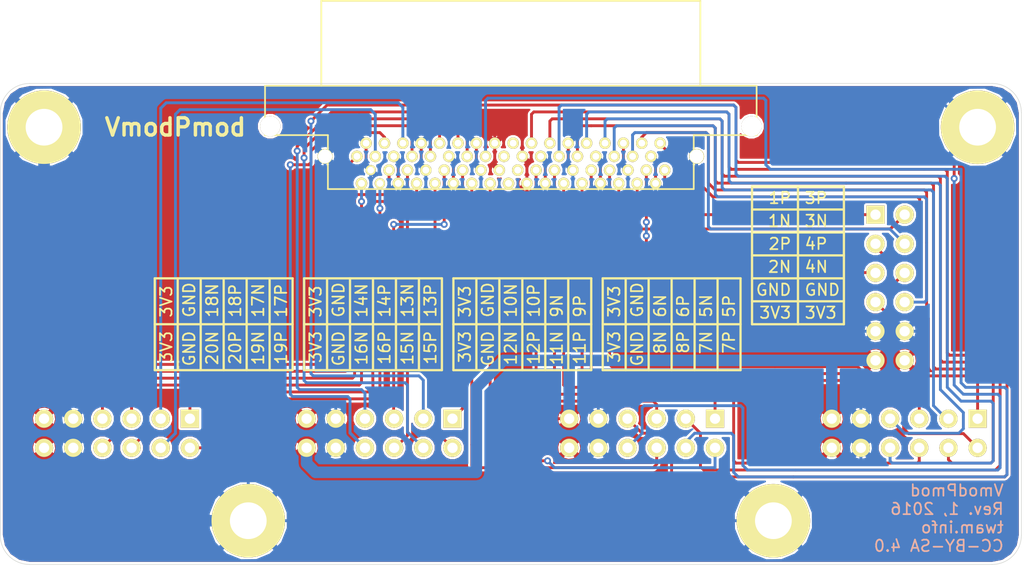
<source format=kicad_pcb>
(kicad_pcb (version 4) (host pcbnew "(2016-01-22 BZR 6507)-product")
  (title_block (title VmodPmod) (rev 1) (comment 1 "License: CC-BY-SA 4.0") (comment 2 "Grid Origin: 150, 100"))
  (layers (0 F.Cu signal) (31 B.Cu signal) (34 B.Paste user) (35 F.Paste user) (36 B.SilkS user) (37 F.SilkS user) (38 B.Mask user) (39 F.Mask user) (44 Edge.Cuts user))
  (net 0 "")
  (net 1 GND)
  (net 2 +3V3)
  (net 3 "Net-(P6-Pad17)")
  (net 4 "Net-(P6-Pad18)")
  (net 5 "Net-(P6-Pad51)")
  (net 6 "Net-(P6-Pad52)")
  (net 7 /1P)
  (net 8 /1N)
  (net 9 /2P)
  (net 10 /2N)
  (net 11 /3P)
  (net 12 /3N)
  (net 13 /4P)
  (net 14 /4N)
  (net 15 /5P)
  (net 16 /5N)
  (net 17 /6P)
  (net 18 /6N)
  (net 19 /7P)
  (net 20 /7N)
  (net 21 /8P)
  (net 22 /8N)
  (net 23 /9P)
  (net 24 /9N)
  (net 25 /10P)
  (net 26 /10N)
  (net 27 /11P)
  (net 28 /11N)
  (net 29 /12P)
  (net 30 /12N)
  (net 31 /13P)
  (net 32 /13N)
  (net 33 /14P)
  (net 34 /14N)
  (net 35 /15P)
  (net 36 /15N)
  (net 37 /16P)
  (net 38 /16N)
  (net 39 /17P)
  (net 40 /17N)
  (net 41 /18P)
  (net 42 /18N)
  (net 43 /19P)
  (net 44 /19N)
  (net 45 /20P)
  (net 46 /20N)
  (module Digilent:VHDCI (layer F.Cu) (at 150 75.87 180)
    (fp_text reference P6 hide)
    (fp_text value VHDCI hide)
    (pad 1 thru_hole circle (at -13.4 -1.2 180) (size 1 1) (drill 0.6) (layers *.Cu *.Mask F.SilkS) (net 7 /1P) (clearance 0.1))
    (pad 2 thru_hole circle (at -12.6 -2.35 180) (size 1 1) (drill 0.6) (layers *.Cu *.Mask F.SilkS) (net 1 GND) (clearance 0.1))
    (pad 3 thru_hole circle (at -11.8 -1.2 180) (size 1 1) (drill 0.6) (layers *.Cu *.Mask F.SilkS) (net 9 /2P) (clearance 0.1))
    (pad 4 thru_hole circle (at -11 -2.35 180) (size 1 1) (drill 0.6) (layers *.Cu *.Mask F.SilkS) (net 11 /3P) (clearance 0.1))
    (pad 5 thru_hole circle (at -10.2 -1.2 180) (size 1 1) (drill 0.6) (layers *.Cu *.Mask F.SilkS) (net 1 GND) (clearance 0.1))
    (pad 6 thru_hole circle (at -9.4 -2.35 180) (size 1 1) (drill 0.6) (layers *.Cu *.Mask F.SilkS) (net 13 /4P) (clearance 0.1))
    (pad 7 thru_hole circle (at -8.6 -1.2 180) (size 1 1) (drill 0.6) (layers *.Cu *.Mask F.SilkS) (net 15 /5P) (clearance 0.1))
    (pad 8 thru_hole circle (at -7.8 -2.35 180) (size 1 1) (drill 0.6) (layers *.Cu *.Mask F.SilkS) (net 1 GND) (clearance 0.1))
    (pad 9 thru_hole circle (at -7 -1.2 180) (size 1 1) (drill 0.6) (layers *.Cu *.Mask F.SilkS) (net 17 /6P) (clearance 0.1))
    (pad 10 thru_hole circle (at -6.2 -2.35 180) (size 1 1) (drill 0.6) (layers *.Cu *.Mask F.SilkS) (net 19 /7P) (clearance 0.1))
    (pad 11 thru_hole circle (at -5.4 -1.2 180) (size 1 1) (drill 0.6) (layers *.Cu *.Mask F.SilkS) (net 1 GND) (clearance 0.1))
    (pad 12 thru_hole circle (at -4.6 -2.35 180) (size 1 1) (drill 0.6) (layers *.Cu *.Mask F.SilkS) (net 21 /8P) (clearance 0.1))
    (pad 13 thru_hole circle (at -3.8 -1.2 180) (size 1 1) (drill 0.6) (layers *.Cu *.Mask F.SilkS) (net 23 /9P) (clearance 0.1))
    (pad 14 thru_hole circle (at -3 -2.35 180) (size 1 1) (drill 0.6) (layers *.Cu *.Mask F.SilkS) (net 1 GND) (clearance 0.1))
    (pad 15 thru_hole circle (at -2.2 -1.2 180) (size 1 1) (drill 0.6) (layers *.Cu *.Mask F.SilkS) (net 25 /10P) (clearance 0.1))
    (pad 16 thru_hole circle (at -1.4 -2.35 180) (size 1 1) (drill 0.6) (layers *.Cu *.Mask F.SilkS) (net 2 +3V3) (clearance 0.1))
    (pad 17 thru_hole circle (at -0.6 -1.2 180) (size 1 1) (drill 0.6) (layers *.Cu *.Mask F.SilkS) (net 3 "Net-(P6-Pad17)") (clearance 0.1))
    (pad 18 thru_hole circle (at 0.2 -2.35 180) (size 1 1) (drill 0.6) (layers *.Cu *.Mask F.SilkS) (net 4 "Net-(P6-Pad18)") (clearance 0.1))
    (pad 19 thru_hole circle (at 1 -1.2 180) (size 1 1) (drill 0.6) (layers *.Cu *.Mask F.SilkS) (net 2 +3V3) (clearance 0.1))
    (pad 20 thru_hole circle (at 1.8 -2.35 180) (size 1 1) (drill 0.6) (layers *.Cu *.Mask F.SilkS) (net 27 /11P) (clearance 0.1))
    (pad 21 thru_hole circle (at 2.6 -1.2 180) (size 1 1) (drill 0.6) (layers *.Cu *.Mask F.SilkS) (net 1 GND) (clearance 0.1))
    (pad 22 thru_hole circle (at 3.4 -2.35 180) (size 1 1) (drill 0.6) (layers *.Cu *.Mask F.SilkS) (net 29 /12P) (clearance 0.1))
    (pad 23 thru_hole circle (at 4.2 -1.2 180) (size 1 1) (drill 0.6) (layers *.Cu *.Mask F.SilkS) (net 31 /13P) (clearance 0.1))
    (pad 24 thru_hole circle (at 5 -2.35 180) (size 1 1) (drill 0.6) (layers *.Cu *.Mask F.SilkS) (net 1 GND) (clearance 0.1))
    (pad 25 thru_hole circle (at 5.8 -1.2 180) (size 1 1) (drill 0.6) (layers *.Cu *.Mask F.SilkS) (net 33 /14P) (clearance 0.1))
    (pad 26 thru_hole circle (at 6.6 -2.35 180) (size 1 1) (drill 0.6) (layers *.Cu *.Mask F.SilkS) (net 35 /15P) (clearance 0.1))
    (pad 27 thru_hole circle (at 7.4 -1.2 180) (size 1 1) (drill 0.6) (layers *.Cu *.Mask F.SilkS) (net 1 GND) (clearance 0.1))
    (pad 28 thru_hole circle (at 8.2 -2.35 180) (size 1 1) (drill 0.6) (layers *.Cu *.Mask F.SilkS) (net 37 /16P) (clearance 0.1))
    (pad 29 thru_hole circle (at 9 -1.2 180) (size 1 1) (drill 0.6) (layers *.Cu *.Mask F.SilkS) (net 39 /17P) (clearance 0.1))
    (pad 30 thru_hole circle (at 9.8 -2.35 180) (size 1 1) (drill 0.6) (layers *.Cu *.Mask F.SilkS) (net 1 GND) (clearance 0.1))
    (pad 31 thru_hole circle (at 10.6 -1.2 180) (size 1 1) (drill 0.6) (layers *.Cu *.Mask F.SilkS) (net 41 /18P) (clearance 0.1))
    (pad 32 thru_hole circle (at 11.4 -2.35 180) (size 0.9 0.9) (drill 0.6) (layers *.Cu *.Mask F.SilkS) (net 43 /19P) (clearance 0.1))
    (pad 33 thru_hole circle (at 12.2 -1.2 180) (size 0.9 0.9) (drill 0.6) (layers *.Cu *.Mask F.SilkS) (net 1 GND) (clearance 0.1))
    (pad 34 thru_hole circle (at 13 -2.35 180) (size 1 1) (drill 0.6) (layers *.Cu *.Mask F.SilkS) (net 45 /20P) (clearance 0.1))
    (pad 35 thru_hole circle (at -13 1.15 180) (size 1 1) (drill 0.6) (layers *.Cu *.Mask F.SilkS) (net 8 /1N) (clearance 0.1))
    (pad 36 thru_hole circle (at -12.2 0 180) (size 1 1) (drill 0.6) (layers *.Cu *.Mask F.SilkS) (net 1 GND) (clearance 0.1))
    (pad 37 thru_hole circle (at -11.4 1.15 180) (size 1 1) (drill 0.6) (layers *.Cu *.Mask F.SilkS) (net 10 /2N) (clearance 0.1))
    (pad 38 thru_hole circle (at -10.6 0 180) (size 1 1) (drill 0.6) (layers *.Cu *.Mask F.SilkS) (net 12 /3N) (clearance 0.1))
    (pad 39 thru_hole circle (at -9.8 1.15 180) (size 1 1) (drill 0.6) (layers *.Cu *.Mask F.SilkS) (net 1 GND) (clearance 0.1))
    (pad 40 thru_hole circle (at -9 0 180) (size 1 1) (drill 0.6) (layers *.Cu *.Mask F.SilkS) (net 14 /4N) (clearance 0.1))
    (pad 41 thru_hole circle (at -8.2 1.15 180) (size 1 1) (drill 0.6) (layers *.Cu *.Mask F.SilkS) (net 16 /5N) (clearance 0.1))
    (pad 42 thru_hole circle (at -7.4 0 180) (size 1 1) (drill 0.6) (layers *.Cu *.Mask F.SilkS) (net 1 GND) (clearance 0.1))
    (pad 43 thru_hole circle (at -6.6 1.15 180) (size 1 1) (drill 0.6) (layers *.Cu *.Mask F.SilkS) (net 18 /6N) (clearance 0.1))
    (pad 44 thru_hole circle (at -5.8 0 180) (size 1 1) (drill 0.6) (layers *.Cu *.Mask F.SilkS) (net 20 /7N) (clearance 0.1))
    (pad 45 thru_hole circle (at -5 1.15 180) (size 1 1) (drill 0.6) (layers *.Cu *.Mask F.SilkS) (net 1 GND) (clearance 0.1))
    (pad 46 thru_hole circle (at -4.2 0 180) (size 1 1) (drill 0.6) (layers *.Cu *.Mask F.SilkS) (net 22 /8N) (clearance 0.1))
    (pad 47 thru_hole circle (at -3.4 1.15 180) (size 1 1) (drill 0.6) (layers *.Cu *.Mask F.SilkS) (net 24 /9N) (clearance 0.1))
    (pad 48 thru_hole circle (at -2.6 0 180) (size 1 1) (drill 0.6) (layers *.Cu *.Mask F.SilkS) (net 1 GND) (clearance 0.1))
    (pad 49 thru_hole circle (at -1.8 1.15 180) (size 1 1) (drill 0.6) (layers *.Cu *.Mask F.SilkS) (net 26 /10N) (clearance 0.1))
    (pad 50 thru_hole circle (at -1 0 180) (size 1 1) (drill 0.6) (layers *.Cu *.Mask F.SilkS) (net 2 +3V3) (clearance 0.1))
    (pad 51 thru_hole circle (at -0.2 1.15 180) (size 1 1) (drill 0.6) (layers *.Cu *.Mask F.SilkS) (net 5 "Net-(P6-Pad51)") (clearance 0.1))
    (pad 52 thru_hole circle (at 0.6 0 180) (size 1 1) (drill 0.6) (layers *.Cu *.Mask F.SilkS) (net 6 "Net-(P6-Pad52)") (clearance 0.1))
    (pad 53 thru_hole circle (at 1.4 1.15 180) (size 1 1) (drill 0.6) (layers *.Cu *.Mask F.SilkS) (net 2 +3V3) (clearance 0.1))
    (pad 54 thru_hole circle (at 2.2 0 180) (size 1 1) (drill 0.6) (layers *.Cu *.Mask F.SilkS) (net 28 /11N) (clearance 0.1))
    (pad 55 thru_hole circle (at 3 1.15 180) (size 1 1) (drill 0.6) (layers *.Cu *.Mask F.SilkS) (net 1 GND) (clearance 0.1))
    (pad 56 thru_hole circle (at 3.8 0 180) (size 1 1) (drill 0.6) (layers *.Cu *.Mask F.SilkS) (net 30 /12N) (clearance 0.1))
    (pad 57 thru_hole circle (at 4.6 1.15 180) (size 1 1) (drill 0.6) (layers *.Cu *.Mask F.SilkS) (net 32 /13N) (clearance 0.1))
    (pad 58 thru_hole circle (at 5.4 0 180) (size 1 1) (drill 0.6) (layers *.Cu *.Mask F.SilkS) (net 1 GND) (clearance 0.1))
    (pad 59 thru_hole circle (at 6.2 1.15 180) (size 1 1) (drill 0.6) (layers *.Cu *.Mask F.SilkS) (net 34 /14N) (clearance 0.1))
    (pad 60 thru_hole circle (at 7 0 180) (size 1 1) (drill 0.6) (layers *.Cu *.Mask F.SilkS) (net 36 /15N) (clearance 0.1))
    (pad 61 thru_hole circle (at 7.8 1.15 180) (size 1 1) (drill 0.6) (layers *.Cu *.Mask F.SilkS) (net 1 GND) (clearance 0.1))
    (pad 62 thru_hole circle (at 8.6 0 180) (size 1 1) (drill 0.6) (layers *.Cu *.Mask F.SilkS) (net 38 /16N) (clearance 0.1))
    (pad 63 thru_hole circle (at 9.4 1.15 180) (size 1 1) (drill 0.6) (layers *.Cu *.Mask F.SilkS) (net 40 /17N) (clearance 0.1))
    (pad 64 thru_hole circle (at 10.2 0 180) (size 1 1) (drill 0.6) (layers *.Cu *.Mask F.SilkS) (net 1 GND) (clearance 0.1))
    (pad 65 thru_hole circle (at 11 1.15 180) (size 1 1) (drill 0.6) (layers *.Cu *.Mask F.SilkS) (net 42 /18N) (clearance 0.1))
    (pad 66 thru_hole circle (at 11.8 0 180) (size 1 1) (drill 0.6) (layers *.Cu *.Mask F.SilkS) (net 44 /19N) (clearance 0.1))
    (pad 67 thru_hole circle (at 12.6 1.15 180) (size 1 1) (drill 0.6) (layers *.Cu *.Mask F.SilkS) (net 1 GND) (clearance 0.1))
    (pad 68 thru_hole circle (at 13.4 0 180) (size 1 1) (drill 0.6) (layers *.Cu *.Mask F.SilkS) (net 46 /20N) (clearance 0.1))
    (pad S1 thru_hole circle (at -16.175 0 180) (size 1.3 1.3) (drill 1.2) (layers *.Cu *.Mask F.SilkS) (net 1 GND))
    (pad S2 thru_hole circle (at 16.175 0 180) (size 1.3 1.3) (drill 1.2) (layers *.Cu *.Mask F.SilkS) (net 1 GND))
    (pad "" thru_hole circle (at 20.95 2.625 180) (size 1.75 1.75) (drill 1.75) (layers *.Cu *.Mask F.SilkS))
    (pad "" thru_hole circle (at -20.95 2.625 180) (size 1.75 1.75) (drill 1.75) (layers *.Cu *.Mask F.SilkS))
  )
  (module Digilent:PMOD-DUAL-FEMALE (layer F.Cu) (at 115.71 111.43 180)
    (fp_text reference P5 hide)
    (fp_text value PMOD hide)
    (pad 1 thru_hole rect (at -6.35 12.7 180) (size 1.584 1.584) (drill 0.9) (layers *.Cu *.Mask F.SilkS) (net 39 /17P))
    (pad 2 thru_hole circle (at -3.81 12.7 180) (size 1.584 1.584) (drill 0.9) (layers *.Cu *.Mask F.SilkS) (net 40 /17N))
    (pad 3 thru_hole circle (at -1.27 12.7 180) (size 1.584 1.584) (drill 0.9) (layers *.Cu *.Mask F.SilkS) (net 41 /18P))
    (pad 4 thru_hole circle (at 1.27 12.7 180) (size 1.584 1.584) (drill 0.9) (layers *.Cu *.Mask F.SilkS) (net 42 /18N))
    (pad 5 thru_hole circle (at 3.81 12.7 180) (size 1.584 1.584) (drill 0.9) (layers *.Cu *.Mask F.SilkS) (net 1 GND))
    (pad 6 thru_hole circle (at 6.35 12.7 180) (size 1.584 1.584) (drill 0.9) (layers *.Cu *.Mask F.SilkS) (net 2 +3V3))
    (pad 7 thru_hole circle (at -6.35 10.16 180) (size 1.584 1.584) (drill 0.9) (layers *.Cu *.Mask F.SilkS) (net 43 /19P))
    (pad 8 thru_hole circle (at -3.81 10.16 180) (size 1.584 1.584) (drill 0.9) (layers *.Cu *.Mask F.SilkS) (net 44 /19N))
    (pad 9 thru_hole circle (at -1.27 10.16 180) (size 1.584 1.584) (drill 0.9) (layers *.Cu *.Mask F.SilkS) (net 45 /20P))
    (pad 10 thru_hole circle (at 1.27 10.16 180) (size 1.584 1.584) (drill 0.9) (layers *.Cu *.Mask F.SilkS) (net 46 /20N))
    (pad 11 thru_hole circle (at 3.81 10.16 180) (size 1.584 1.584) (drill 0.9) (layers *.Cu *.Mask F.SilkS) (net 1 GND))
    (pad 12 thru_hole circle (at 6.35 10.16 180) (size 1.584 1.584) (drill 0.9) (layers *.Cu *.Mask F.SilkS) (net 2 +3V3))
  )
  (module Digilent:PMOD-DUAL-FEMALE (layer F.Cu) (at 138.57 111.43 180)
    (fp_text reference P4 hide)
    (fp_text value PMOD hide)
    (pad 1 thru_hole rect (at -6.35 12.7 180) (size 1.584 1.584) (drill 0.9) (layers *.Cu *.Mask F.SilkS) (net 31 /13P))
    (pad 2 thru_hole circle (at -3.81 12.7 180) (size 1.584 1.584) (drill 0.9) (layers *.Cu *.Mask F.SilkS) (net 32 /13N))
    (pad 3 thru_hole circle (at -1.27 12.7 180) (size 1.584 1.584) (drill 0.9) (layers *.Cu *.Mask F.SilkS) (net 33 /14P))
    (pad 4 thru_hole circle (at 1.27 12.7 180) (size 1.584 1.584) (drill 0.9) (layers *.Cu *.Mask F.SilkS) (net 34 /14N))
    (pad 5 thru_hole circle (at 3.81 12.7 180) (size 1.584 1.584) (drill 0.9) (layers *.Cu *.Mask F.SilkS) (net 1 GND))
    (pad 6 thru_hole circle (at 6.35 12.7 180) (size 1.584 1.584) (drill 0.9) (layers *.Cu *.Mask F.SilkS) (net 2 +3V3))
    (pad 7 thru_hole circle (at -6.35 10.16 180) (size 1.584 1.584) (drill 0.9) (layers *.Cu *.Mask F.SilkS) (net 35 /15P))
    (pad 8 thru_hole circle (at -3.81 10.16 180) (size 1.584 1.584) (drill 0.9) (layers *.Cu *.Mask F.SilkS) (net 36 /15N))
    (pad 9 thru_hole circle (at -1.27 10.16 180) (size 1.584 1.584) (drill 0.9) (layers *.Cu *.Mask F.SilkS) (net 37 /16P))
    (pad 10 thru_hole circle (at 1.27 10.16 180) (size 1.584 1.584) (drill 0.9) (layers *.Cu *.Mask F.SilkS) (net 38 /16N))
    (pad 11 thru_hole circle (at 3.81 10.16 180) (size 1.584 1.584) (drill 0.9) (layers *.Cu *.Mask F.SilkS) (net 1 GND))
    (pad 12 thru_hole circle (at 6.35 10.16 180) (size 1.584 1.584) (drill 0.9) (layers *.Cu *.Mask F.SilkS) (net 2 +3V3))
  )
  (module Digilent:PMOD-DUAL-FEMALE (layer F.Cu) (at 161.43 111.43 180)
    (fp_text reference P3 hide)
    (fp_text value PMOD hide)
    (pad 1 thru_hole rect (at -6.35 12.7 180) (size 1.584 1.584) (drill 0.9) (layers *.Cu *.Mask F.SilkS) (net 23 /9P))
    (pad 2 thru_hole circle (at -3.81 12.7 180) (size 1.584 1.584) (drill 0.9) (layers *.Cu *.Mask F.SilkS) (net 24 /9N))
    (pad 3 thru_hole circle (at -1.27 12.7 180) (size 1.584 1.584) (drill 0.9) (layers *.Cu *.Mask F.SilkS) (net 25 /10P))
    (pad 4 thru_hole circle (at 1.27 12.7 180) (size 1.584 1.584) (drill 0.9) (layers *.Cu *.Mask F.SilkS) (net 26 /10N))
    (pad 5 thru_hole circle (at 3.81 12.7 180) (size 1.584 1.584) (drill 0.9) (layers *.Cu *.Mask F.SilkS) (net 1 GND))
    (pad 6 thru_hole circle (at 6.35 12.7 180) (size 1.584 1.584) (drill 0.9) (layers *.Cu *.Mask F.SilkS) (net 2 +3V3))
    (pad 7 thru_hole circle (at -6.35 10.16 180) (size 1.584 1.584) (drill 0.9) (layers *.Cu *.Mask F.SilkS) (net 27 /11P))
    (pad 8 thru_hole circle (at -3.81 10.16 180) (size 1.584 1.584) (drill 0.9) (layers *.Cu *.Mask F.SilkS) (net 28 /11N))
    (pad 9 thru_hole circle (at -1.27 10.16 180) (size 1.584 1.584) (drill 0.9) (layers *.Cu *.Mask F.SilkS) (net 29 /12P))
    (pad 10 thru_hole circle (at 1.27 10.16 180) (size 1.584 1.584) (drill 0.9) (layers *.Cu *.Mask F.SilkS) (net 30 /12N))
    (pad 11 thru_hole circle (at 3.81 10.16 180) (size 1.584 1.584) (drill 0.9) (layers *.Cu *.Mask F.SilkS) (net 1 GND))
    (pad 12 thru_hole circle (at 6.35 10.16 180) (size 1.584 1.584) (drill 0.9) (layers *.Cu *.Mask F.SilkS) (net 2 +3V3))
  )
  (module Digilent:PMOD-DUAL-FEMALE (layer F.Cu) (at 184.29 111.43 180)
    (fp_text reference P2 hide)
    (fp_text value PMOD hide)
    (pad 1 thru_hole rect (at -6.35 12.7 180) (size 1.584 1.584) (drill 0.9) (layers *.Cu *.Mask F.SilkS) (net 15 /5P))
    (pad 2 thru_hole circle (at -3.81 12.7 180) (size 1.584 1.584) (drill 0.9) (layers *.Cu *.Mask F.SilkS) (net 16 /5N))
    (pad 3 thru_hole circle (at -1.27 12.7 180) (size 1.584 1.584) (drill 0.9) (layers *.Cu *.Mask F.SilkS) (net 17 /6P))
    (pad 4 thru_hole circle (at 1.27 12.7 180) (size 1.584 1.584) (drill 0.9) (layers *.Cu *.Mask F.SilkS) (net 18 /6N))
    (pad 5 thru_hole circle (at 3.81 12.7 180) (size 1.584 1.584) (drill 0.9) (layers *.Cu *.Mask F.SilkS) (net 1 GND))
    (pad 6 thru_hole circle (at 6.35 12.7 180) (size 1.584 1.584) (drill 0.9) (layers *.Cu *.Mask F.SilkS) (net 2 +3V3))
    (pad 7 thru_hole circle (at -6.35 10.16 180) (size 1.584 1.584) (drill 0.9) (layers *.Cu *.Mask F.SilkS) (net 19 /7P))
    (pad 8 thru_hole circle (at -3.81 10.16 180) (size 1.584 1.584) (drill 0.9) (layers *.Cu *.Mask F.SilkS) (net 20 /7N))
    (pad 9 thru_hole circle (at -1.27 10.16 180) (size 1.584 1.584) (drill 0.9) (layers *.Cu *.Mask F.SilkS) (net 21 /8P))
    (pad 10 thru_hole circle (at 1.27 10.16 180) (size 1.584 1.584) (drill 0.9) (layers *.Cu *.Mask F.SilkS) (net 22 /8N))
    (pad 11 thru_hole circle (at 3.81 10.16 180) (size 1.584 1.584) (drill 0.9) (layers *.Cu *.Mask F.SilkS) (net 1 GND))
    (pad 12 thru_hole circle (at 6.35 10.16 180) (size 1.584 1.584) (drill 0.9) (layers *.Cu *.Mask F.SilkS) (net 2 +3V3))
  )
  (module Digilent:PMOD-DUAL-FEMALE (layer F.Cu) (at 194.45 87.3 270)
    (fp_text reference P1 hide)
    (fp_text value PMOD hide)
    (pad 1 thru_hole rect (at -6.35 12.7 270) (size 1.584 1.584) (drill 0.9) (layers *.Cu *.Mask F.SilkS) (net 7 /1P))
    (pad 2 thru_hole circle (at -3.81 12.7 270) (size 1.584 1.584) (drill 0.9) (layers *.Cu *.Mask F.SilkS) (net 8 /1N))
    (pad 3 thru_hole circle (at -1.27 12.7 270) (size 1.584 1.584) (drill 0.9) (layers *.Cu *.Mask F.SilkS) (net 9 /2P))
    (pad 4 thru_hole circle (at 1.27 12.7 270) (size 1.584 1.584) (drill 0.9) (layers *.Cu *.Mask F.SilkS) (net 10 /2N))
    (pad 5 thru_hole circle (at 3.81 12.7 270) (size 1.584 1.584) (drill 0.9) (layers *.Cu *.Mask F.SilkS) (net 1 GND))
    (pad 6 thru_hole circle (at 6.35 12.7 270) (size 1.584 1.584) (drill 0.9) (layers *.Cu *.Mask F.SilkS) (net 2 +3V3))
    (pad 7 thru_hole circle (at -6.35 10.16 270) (size 1.584 1.584) (drill 0.9) (layers *.Cu *.Mask F.SilkS) (net 11 /3P))
    (pad 8 thru_hole circle (at -3.81 10.16 270) (size 1.584 1.584) (drill 0.9) (layers *.Cu *.Mask F.SilkS) (net 12 /3N))
    (pad 9 thru_hole circle (at -1.27 10.16 270) (size 1.584 1.584) (drill 0.9) (layers *.Cu *.Mask F.SilkS) (net 13 /4P))
    (pad 10 thru_hole circle (at 1.27 10.16 270) (size 1.584 1.584) (drill 0.9) (layers *.Cu *.Mask F.SilkS) (net 14 /4N))
    (pad 11 thru_hole circle (at 3.81 10.16 270) (size 1.584 1.584) (drill 0.9) (layers *.Cu *.Mask F.SilkS) (net 1 GND))
    (pad 12 thru_hole circle (at 6.35 10.16 270) (size 1.584 1.584) (drill 0.9) (layers *.Cu *.Mask F.SilkS) (net 2 +3V3))
  )
  (module Mounting_Holes_Local:MountingHole_3-2mm_M3_Pad (layer F.Cu) (at 127.14 107.62)
    (fp_text reference W1 hide)
    (fp_text value GND hide)
    (pad 1 thru_hole circle (at 0 0) (size 6.4 6.4) (drill 3.2) (layers *.Cu *.Mask F.SilkS) (net 1 GND))
  )
  (module Mounting_Holes_Local:MountingHole_3-2mm_M3_Pad (layer F.Cu) (at 172.86 107.62)
    (fp_text reference W2 hide)
    (fp_text value GND hide)
    (pad 1 thru_hole circle (at 0 0) (size 6.4 6.4) (drill 3.2) (layers *.Cu *.Mask F.SilkS) (net 1 GND))
  )
  (module Mounting_Holes_Local:MountingHole_3-2mm_M3_Pad (layer F.Cu) (at 190.64 73.33)
    (fp_text reference W3 hide)
    (fp_text value GND hide)
    (pad 1 thru_hole circle (at 0 0) (size 6.4 6.4) (drill 3.2) (layers *.Cu *.Mask F.SilkS) (net 1 GND))
  )
  (module Mounting_Holes_Local:MountingHole_3-2mm_M3_Pad (layer F.Cu) (at 109.36 73.33)
    (fp_text reference W4 hide)
    (fp_text value GND hide)
    (pad 1 thru_hole circle (at 0 0) (size 6.4 6.4) (drill 3.2) (layers *.Cu *.Mask F.SilkS) (net 1 GND))
  )
  (gr_text "VmodPmod\nRev. 1, 2016\ntwam.info\nCC-BY-SA 4.0" (at 193 107.4) (layer B.SilkS) (effects (font (size 1 1)) (justify left mirror)))
  (gr_text 17P (at 130 90 90) (layer F.SilkS) (effects (font (size 1 1)) (justify left)))
  (gr_text 17N (at 128 90 90) (layer F.SilkS) (effects (font (size 1 1)) (justify left)))
  (gr_text 18P (at 126 90 90) (layer F.SilkS) (effects (font (size 1 1)) (justify left)))
  (gr_text 18N (at 124 90 90) (layer F.SilkS) (effects (font (size 1 1)) (justify left)))
  (gr_text GND (at 122 90 90) (layer F.SilkS) (effects (font (size 1 1)) (justify left)))
  (gr_text 3V3 (at 120 90 90) (layer F.SilkS) (effects (font (size 1 1)) (justify left)))
  (gr_text GND (at 122 91 90) (layer F.SilkS) (effects (font (size 1 1)) (justify right)))
  (gr_text 19P (at 130 91 90) (layer F.SilkS) (effects (font (size 1 1)) (justify right)))
  (gr_text 19N (at 128 91 90) (layer F.SilkS) (effects (font (size 1 1)) (justify right)))
  (gr_text 20P (at 126 91 90) (layer F.SilkS) (effects (font (size 1 1)) (justify right)))
  (gr_text 20N (at 124 91 90) (layer F.SilkS) (effects (font (size 1 1)) (justify right)))
  (gr_line (start 119 86.5) (end 131 86.5) (angle 90) (layer F.SilkS) (width 0.2))
  (gr_line (start 119 86.5) (end 119 94.5) (angle 90) (layer F.SilkS) (width 0.2))
  (gr_line (start 119 94.5) (end 131 94.5) (angle 90) (layer F.SilkS) (width 0.2))
  (gr_line (start 131 94.5) (end 131 86.5) (angle 90) (layer F.SilkS) (width 0.2))
  (gr_line (start 121 86.5) (end 121 94.5) (angle 90) (layer F.SilkS) (width 0.2))
  (gr_line (start 123 86.5) (end 123 94.5) (angle 90) (layer F.SilkS) (width 0.2))
  (gr_line (start 125 86.5) (end 125 94.5) (angle 90) (layer F.SilkS) (width 0.2))
  (gr_line (start 127 86.5) (end 127 94.5) (angle 90) (layer F.SilkS) (width 0.2))
  (gr_line (start 129 86.5) (end 129 94.5) (angle 90) (layer F.SilkS) (width 0.2))
  (gr_line (start 131 90.5) (end 119 90.5) (angle 90) (layer F.SilkS) (width 0.2))
  (gr_text 3V3 (at 120 91 90) (layer F.SilkS) (effects (font (size 1 1)) (justify right)))
  (gr_text 3V3 (at 159 91 90) (layer F.SilkS) (effects (font (size 1 1)) (justify right)))
  (gr_text 3V3 (at 133 91 90) (layer F.SilkS) (effects (font (size 1 1)) (justify right)))
  (gr_text 9P (at 156 90 90) (layer F.SilkS) (effects (font (size 1 1)) (justify left)))
  (gr_text 9N (at 154 90 90) (layer F.SilkS) (effects (font (size 1 1)) (justify left)))
  (gr_text 10P (at 152 90 90) (layer F.SilkS) (effects (font (size 1 1)) (justify left)))
  (gr_text 10N (at 150 90 90) (layer F.SilkS) (effects (font (size 1 1)) (justify left)))
  (gr_text GND (at 148 90 90) (layer F.SilkS) (effects (font (size 1 1)) (justify left)))
  (gr_text 3V3 (at 146 90 90) (layer F.SilkS) (effects (font (size 1 1)) (justify left)))
  (gr_text 3V3 (at 146 91 90) (layer F.SilkS) (effects (font (size 1 1)) (justify right)))
  (gr_text GND (at 148 91 90) (layer F.SilkS) (effects (font (size 1 1)) (justify right)))
  (gr_text 11P (at 156 91 90) (layer F.SilkS) (effects (font (size 1 1)) (justify right)))
  (gr_text 11N (at 154 91 90) (layer F.SilkS) (effects (font (size 1 1)) (justify right)))
  (gr_text 12P (at 152 91 90) (layer F.SilkS) (effects (font (size 1 1)) (justify right)))
  (gr_text 12N (at 150 91 90) (layer F.SilkS) (effects (font (size 1 1)) (justify right)))
  (gr_line (start 145 86.5) (end 157 86.5) (angle 90) (layer F.SilkS) (width 0.2))
  (gr_line (start 145 86.5) (end 145 94.5) (angle 90) (layer F.SilkS) (width 0.2))
  (gr_line (start 145 94.5) (end 157 94.5) (angle 90) (layer F.SilkS) (width 0.2))
  (gr_line (start 157 94.5) (end 157 86.5) (angle 90) (layer F.SilkS) (width 0.2))
  (gr_line (start 147 86.5) (end 147 94.5) (angle 90) (layer F.SilkS) (width 0.2))
  (gr_line (start 149 86.5) (end 149 94.5) (angle 90) (layer F.SilkS) (width 0.2))
  (gr_line (start 151 86.5) (end 151 94.5) (angle 90) (layer F.SilkS) (width 0.2))
  (gr_line (start 153 86.5) (end 153 94.5) (angle 90) (layer F.SilkS) (width 0.2))
  (gr_line (start 155 86.5) (end 155 94.5) (angle 90) (layer F.SilkS) (width 0.2))
  (gr_line (start 157 90.5) (end 145 90.5) (angle 90) (layer F.SilkS) (width 0.2))
  (gr_line (start 144 90.5) (end 132 90.5) (angle 90) (layer F.SilkS) (width 0.2))
  (gr_line (start 142 86.5) (end 142 94.5) (angle 90) (layer F.SilkS) (width 0.2))
  (gr_line (start 140 86.5) (end 140 94.5) (angle 90) (layer F.SilkS) (width 0.2))
  (gr_line (start 138 86.5) (end 138 94.5) (angle 90) (layer F.SilkS) (width 0.2))
  (gr_line (start 136 86.5) (end 136 94.5) (angle 90) (layer F.SilkS) (width 0.2))
  (gr_line (start 134 86.5) (end 134 94.5) (angle 90) (layer F.SilkS) (width 0.2))
  (gr_line (start 144 94.5) (end 144 86.5) (angle 90) (layer F.SilkS) (width 0.2))
  (gr_line (start 132 94.5) (end 144 94.5) (angle 90) (layer F.SilkS) (width 0.2))
  (gr_line (start 132 86.5) (end 132 94.5) (angle 90) (layer F.SilkS) (width 0.2))
  (gr_line (start 132 86.5) (end 144 86.5) (angle 90) (layer F.SilkS) (width 0.2))
  (gr_text 16N (at 137 91 90) (layer F.SilkS) (effects (font (size 1 1)) (justify right)))
  (gr_text 16P (at 139 91 90) (layer F.SilkS) (effects (font (size 1 1)) (justify right)))
  (gr_text 15N (at 141 91 90) (layer F.SilkS) (effects (font (size 1 1)) (justify right)))
  (gr_text 15P (at 143 91 90) (layer F.SilkS) (effects (font (size 1 1)) (justify right)))
  (gr_text GND (at 135 91 90) (layer F.SilkS) (effects (font (size 1 1)) (justify right)))
  (gr_text 3V3 (at 133 90 90) (layer F.SilkS) (effects (font (size 1 1)) (justify left)))
  (gr_text GND (at 135 90 90) (layer F.SilkS) (effects (font (size 1 1)) (justify left)))
  (gr_text 14N (at 137 90 90) (layer F.SilkS) (effects (font (size 1 1)) (justify left)))
  (gr_text 14P (at 139 90 90) (layer F.SilkS) (effects (font (size 1 1)) (justify left)))
  (gr_text 13N (at 141 90 90) (layer F.SilkS) (effects (font (size 1 1)) (justify left)))
  (gr_text 13P (at 143 90 90) (layer F.SilkS) (effects (font (size 1 1)) (justify left)))
  (gr_text 5P (at 169 90 90) (layer F.SilkS) (effects (font (size 1 1)) (justify left)))
  (gr_text 5N (at 167 90 90) (layer F.SilkS) (effects (font (size 1 1)) (justify left)))
  (gr_text 6P (at 165 90 90) (layer F.SilkS) (effects (font (size 1 1)) (justify left)))
  (gr_text 6N (at 163 90 90) (layer F.SilkS) (effects (font (size 1 1)) (justify left)))
  (gr_text GND (at 161 90 90) (layer F.SilkS) (effects (font (size 1 1)) (justify left)))
  (gr_text 3V3 (at 159 90 90) (layer F.SilkS) (effects (font (size 1 1)) (justify left)))
  (gr_text GND (at 161 91 90) (layer F.SilkS) (effects (font (size 1 1)) (justify right)))
  (gr_text 7P (at 169 91 90) (layer F.SilkS) (effects (font (size 1 1)) (justify right)))
  (gr_text 7N (at 167 91 90) (layer F.SilkS) (effects (font (size 1 1)) (justify right)))
  (gr_text 8P (at 165 91 90) (layer F.SilkS) (effects (font (size 1 1)) (justify right)))
  (gr_text 8N (at 163 91 90) (layer F.SilkS) (effects (font (size 1 1)) (justify right)))
  (gr_line (start 158 86.5) (end 170 86.5) (angle 90) (layer F.SilkS) (width 0.2))
  (gr_line (start 158 86.5) (end 158 94.5) (angle 90) (layer F.SilkS) (width 0.2))
  (gr_line (start 158 94.5) (end 170 94.5) (angle 90) (layer F.SilkS) (width 0.2))
  (gr_line (start 170 94.5) (end 170 86.5) (angle 90) (layer F.SilkS) (width 0.2))
  (gr_line (start 160 86.5) (end 160 94.5) (angle 90) (layer F.SilkS) (width 0.2))
  (gr_line (start 162 86.5) (end 162 94.5) (angle 90) (layer F.SilkS) (width 0.2))
  (gr_line (start 164 86.5) (end 164 94.5) (angle 90) (layer F.SilkS) (width 0.2))
  (gr_line (start 166 86.5) (end 166 94.5) (angle 90) (layer F.SilkS) (width 0.2))
  (gr_line (start 168 86.5) (end 168 94.5) (angle 90) (layer F.SilkS) (width 0.2))
  (gr_line (start 170 90.5) (end 158 90.5) (angle 90) (layer F.SilkS) (width 0.2))
  (gr_line (start 175 90.5) (end 175 78.5) (angle 90) (layer F.SilkS) (width 0.2))
  (gr_line (start 179 88.5) (end 171 88.5) (angle 90) (layer F.SilkS) (width 0.2))
  (gr_line (start 179 86.5) (end 171 86.5) (angle 90) (layer F.SilkS) (width 0.2))
  (gr_line (start 179 84.5) (end 171 84.5) (angle 90) (layer F.SilkS) (width 0.2))
  (gr_line (start 179 82.5) (end 171 82.5) (angle 90) (layer F.SilkS) (width 0.2))
  (gr_line (start 179 80.5) (end 171 80.5) (angle 90) (layer F.SilkS) (width 0.2))
  (gr_line (start 171 90.5) (end 179 90.5) (angle 90) (layer F.SilkS) (width 0.2))
  (gr_line (start 171 78.5) (end 171 90.5) (angle 90) (layer F.SilkS) (width 0.2))
  (gr_line (start 179 78.5) (end 171 78.5) (angle 90) (layer F.SilkS) (width 0.2))
  (gr_line (start 179 78.5) (end 179 90.5) (angle 90) (layer F.SilkS) (width 0.2))
  (gr_text 2N (at 174.5 85.5) (layer F.SilkS) (effects (font (size 1 1)) (justify right)))
  (gr_text 2P (at 174.5 83.5) (layer F.SilkS) (effects (font (size 1 1)) (justify right)))
  (gr_text 1N (at 174.5 81.5) (layer F.SilkS) (effects (font (size 1 1)) (justify right)))
  (gr_text 1P (at 174.5 79.5) (layer F.SilkS) (effects (font (size 1 1)) (justify right)))
  (gr_text GND (at 174.5 87.5) (layer F.SilkS) (effects (font (size 1 1)) (justify right)))
  (gr_text 3V3 (at 174.5 89.5) (layer F.SilkS) (effects (font (size 1 1)) (justify right)))
  (gr_text 3V3 (at 175.5 89.5) (layer F.SilkS) (effects (font (size 1 1)) (justify left)))
  (gr_text GND (at 175.5 87.5) (layer F.SilkS) (effects (font (size 1 1)) (justify left)))
  (gr_text 4N (at 175.5 85.5) (layer F.SilkS) (effects (font (size 1 1)) (justify left)))
  (gr_text 4P (at 175.5 83.5) (layer F.SilkS) (effects (font (size 1 1)) (justify left)))
  (gr_text 3N (at 175.5 81.5) (layer F.SilkS) (effects (font (size 1 1)) (justify left)))
  (gr_text 3P (at 175.5 79.5) (layer F.SilkS) (effects (font (size 1 1)) (justify left)))
  (gr_text VmodPmod (at 120.79 73.33) (layer F.SilkS) (effects (font (size 1.5 1.5) (thickness 0.3))))
  (gr_line (start 105.55 72.06) (end 105.55 108.89) (angle 90) (layer Edge.Cuts) (width 0.05))
  (gr_line (start 194.45 72.06) (end 194.45 108.89) (angle 90) (layer Edge.Cuts) (width 0.05))
  (gr_line (start 108.09 69.52) (end 191.91 69.52) (angle 90) (layer Edge.Cuts) (width 0.05))
  (gr_arc (start 108.09 72.06) (end 105.55 72.06) (angle 90) (layer Edge.Cuts) (width 0.05))
  (gr_arc (start 191.91 72.06) (end 191.91 69.52) (angle 90) (layer Edge.Cuts) (width 0.05))
  (gr_line (start 191.91 111.43) (end 108.09 111.43) (angle 90) (layer Edge.Cuts) (width 0.05))
  (gr_arc (start 108.09 108.89) (end 108.09 111.43) (angle 90) (layer Edge.Cuts) (width 0.05))
  (gr_arc (start 191.91 108.89) (end 194.45 108.89) (angle 90) (layer Edge.Cuts) (width 0.05))
  (segment (start 176.8 102.6) (end 176.8 97.4) (width 0.25) (layer B.Cu) (net 1))
  (segment (start 157.62 97.18) (end 157.62 98.73) (width 0.25) (layer B.Cu) (net 1))
  (segment (start 157.8 97) (end 157.62 97.18) (width 0.25) (layer B.Cu) (net 1))
  (segment (start 176.4 97) (end 157.8 97) (width 0.25) (layer B.Cu) (net 1))
  (segment (start 176.8 97.4) (end 176.4 97) (width 0.25) (layer B.Cu) (net 1))
  (segment (start 181.75 91.11) (end 154.51 91.11) (width 0.25) (layer B.Cu) (net 1))
  (segment (start 154.2 90.8) (end 154.2 79.2) (width 0.25) (layer B.Cu) (net 1))
  (segment (start 154.51 91.11) (end 154.2 90.8) (width 0.25) (layer B.Cu) (net 1))
  (segment (start 190.64 73.33) (end 189.73 73.33) (width 0.25) (layer B.Cu) (net 1))
  (segment (start 189.73 73.33) (end 186.6 70.2) (width 0.25) (layer B.Cu) (net 1))
  (segment (start 186.6 70.2) (end 112.49 70.2) (width 0.25) (layer B.Cu) (net 1))
  (segment (start 112.49 70.2) (end 109.36 73.33) (width 0.25) (layer B.Cu) (net 1))
  (segment (start 180.48 101.27) (end 180.48 102.32) (width 0.25) (layer B.Cu) (net 1))
  (segment (start 180.2 102.6) (end 176.8 102.6) (width 0.25) (layer B.Cu) (net 1))
  (segment (start 180.48 102.32) (end 180.2 102.6) (width 0.25) (layer B.Cu) (net 1))
  (segment (start 180.48 98.73) (end 180.48 97.12) (width 0.25) (layer B.Cu) (net 1))
  (segment (start 185.71 91.11) (end 184.29 91.11) (width 0.25) (layer B.Cu) (net 1))
  (segment (start 185.8 91.2) (end 185.71 91.11) (width 0.25) (layer B.Cu) (net 1))
  (segment (start 185.8 95.2) (end 185.8 91.2) (width 0.25) (layer B.Cu) (net 1))
  (segment (start 185.6 95.4) (end 185.8 95.2) (width 0.25) (layer B.Cu) (net 1))
  (segment (start 182.2 95.4) (end 185.6 95.4) (width 0.25) (layer B.Cu) (net 1))
  (segment (start 180.48 97.12) (end 182.2 95.4) (width 0.25) (layer B.Cu) (net 1))
  (segment (start 127.14 107.62) (end 172.86 107.62) (width 0.25) (layer B.Cu) (net 1))
  (segment (start 134.76 98.73) (end 134.76 97.56) (width 0.25) (layer B.Cu) (net 1))
  (segment (start 127.14 97.86) (end 127.14 107.62) (width 0.25) (layer B.Cu) (net 1))
  (segment (start 127.6 97.4) (end 127.14 97.86) (width 0.25) (layer B.Cu) (net 1))
  (segment (start 134.6 97.4) (end 127.6 97.4) (width 0.25) (layer B.Cu) (net 1))
  (segment (start 134.76 97.56) (end 134.6 97.4) (width 0.25) (layer B.Cu) (net 1))
  (segment (start 137.8 81) (end 136.4 81) (width 0.25) (layer B.Cu) (net 1))
  (segment (start 136 79.2) (end 135.6 79.2) (width 0.25) (layer B.Cu) (net 1))
  (segment (start 136.2 79.4) (end 136 79.2) (width 0.25) (layer B.Cu) (net 1))
  (segment (start 136.2 80.8) (end 136.2 79.4) (width 0.25) (layer B.Cu) (net 1))
  (segment (start 136.4 81) (end 136.2 80.8) (width 0.25) (layer B.Cu) (net 1))
  (segment (start 140.2 80.4) (end 140.2 80.8) (width 0.25) (layer B.Cu) (net 1))
  (segment (start 140 81) (end 137.8 81) (width 0.25) (layer B.Cu) (net 1))
  (segment (start 140.2 80.8) (end 140 81) (width 0.25) (layer B.Cu) (net 1))
  (segment (start 140.2 80.4) (end 140.2 78.22) (width 0.25) (layer B.Cu) (net 1))
  (segment (start 137.8 81) (end 137.8 79.2) (width 0.25) (layer B.Cu) (net 1))
  (segment (start 137.8 77.07) (end 137.8 79.2) (width 0.25) (layer B.Cu) (net 1))
  (segment (start 133.825 75.87) (end 133.825 79.175) (width 0.25) (layer B.Cu) (net 1))
  (segment (start 133.85 79.2) (end 135.6 79.2) (width 0.25) (layer B.Cu) (net 1))
  (segment (start 133.825 79.175) (end 133.85 79.2) (width 0.25) (layer B.Cu) (net 1))
  (segment (start 162.6 79.2) (end 166.2 79.2) (width 0.25) (layer B.Cu) (net 1))
  (segment (start 166.175 79.175) (end 166.175 75.87) (width 0.25) (layer B.Cu) (net 1))
  (segment (start 166.2 79.2) (end 166.175 79.175) (width 0.25) (layer B.Cu) (net 1))
  (segment (start 160.2 79.2) (end 162.6 79.2) (width 0.25) (layer B.Cu) (net 1))
  (segment (start 162.6 79.2) (end 162.6 78.22) (width 0.25) (layer B.Cu) (net 1))
  (segment (start 157.8 79.2) (end 160.2 79.2) (width 0.25) (layer B.Cu) (net 1))
  (segment (start 160.2 79.2) (end 160.2 77.07) (width 0.25) (layer B.Cu) (net 1))
  (segment (start 155.4 79.2) (end 157.8 79.2) (width 0.25) (layer B.Cu) (net 1))
  (segment (start 157.8 79.2) (end 157.8 78.22) (width 0.25) (layer B.Cu) (net 1))
  (segment (start 153 79.2) (end 154.2 79.2) (width 0.25) (layer B.Cu) (net 1))
  (segment (start 154.2 79.2) (end 155.4 79.2) (width 0.25) (layer B.Cu) (net 1))
  (segment (start 155.4 79.2) (end 155.4 77.07) (width 0.25) (layer B.Cu) (net 1))
  (segment (start 147.4 79.2) (end 149 79.2) (width 0.25) (layer B.Cu) (net 1))
  (segment (start 153 79.2) (end 153 78.22) (width 0.25) (layer B.Cu) (net 1))
  (segment (start 149 79.2) (end 153 79.2) (width 0.25) (layer B.Cu) (net 1))
  (segment (start 145 79.2) (end 147.4 79.2) (width 0.25) (layer B.Cu) (net 1))
  (segment (start 147.4 79.2) (end 147.4 77.07) (width 0.25) (layer B.Cu) (net 1))
  (segment (start 142.6 79.2) (end 145 79.2) (width 0.25) (layer B.Cu) (net 1))
  (segment (start 145 79.2) (end 145 78.22) (width 0.25) (layer B.Cu) (net 1))
  (segment (start 140.2 79.2) (end 142.6 79.2) (width 0.25) (layer B.Cu) (net 1))
  (segment (start 142.6 79.2) (end 142.6 77.07) (width 0.25) (layer B.Cu) (net 1))
  (segment (start 140.2 79.2) (end 140.2 78.22) (width 0.25) (layer B.Cu) (net 1))
  (segment (start 109.36 73.33) (end 109.36 96.19) (width 1) (layer B.Cu) (net 1))
  (segment (start 109.36 96.19) (end 111.9 98.73) (width 1) (layer B.Cu) (net 1))
  (segment (start 127.14 107.62) (end 112.82 107.62) (width 1) (layer B.Cu) (net 1))
  (segment (start 112.82 107.62) (end 111.9 106.7) (width 1) (layer B.Cu) (net 1))
  (segment (start 111.9 106.7) (end 111.9 101.27) (width 1) (layer B.Cu) (net 1))
  (segment (start 181.75 91.11) (end 184.29 91.11) (width 1) (layer B.Cu) (net 1))
  (segment (start 137.4 74.72) (end 137.4 76.67) (width 0.25) (layer F.Cu) (net 1))
  (segment (start 137.4 76.67) (end 137.8 77.07) (width 0.25) (layer F.Cu) (net 1))
  (segment (start 140.2 78.22) (end 140.2 76.27) (width 0.25) (layer F.Cu) (net 1))
  (segment (start 140.2 76.27) (end 139.8 75.87) (width 0.25) (layer F.Cu) (net 1))
  (segment (start 142.2 74.72) (end 142.2 76.67) (width 0.25) (layer F.Cu) (net 1))
  (segment (start 142.2 76.67) (end 142.6 77.07) (width 0.25) (layer F.Cu) (net 1))
  (segment (start 145 78.22) (end 145 76.27) (width 0.25) (layer F.Cu) (net 1))
  (segment (start 145 76.27) (end 144.6 75.87) (width 0.25) (layer F.Cu) (net 1))
  (segment (start 162.6 78.22) (end 162.6 76.27) (width 0.25) (layer F.Cu) (net 1))
  (segment (start 162.6 76.27) (end 162.2 75.87) (width 0.25) (layer F.Cu) (net 1))
  (segment (start 159.8 74.72) (end 159.8 76.67) (width 0.25) (layer F.Cu) (net 1))
  (segment (start 159.8 76.67) (end 160.2 77.07) (width 0.25) (layer F.Cu) (net 1))
  (segment (start 157.8 78.22) (end 157.8 76.27) (width 0.25) (layer F.Cu) (net 1))
  (segment (start 157.8 76.27) (end 157.4 75.87) (width 0.25) (layer F.Cu) (net 1))
  (segment (start 155 74.72) (end 155 76.67) (width 0.25) (layer F.Cu) (net 1))
  (segment (start 155 76.67) (end 155.4 77.07) (width 0.25) (layer F.Cu) (net 1))
  (segment (start 153 78.22) (end 153 76.27) (width 0.25) (layer F.Cu) (net 1))
  (segment (start 153 76.27) (end 152.6 75.87) (width 0.25) (layer F.Cu) (net 1))
  (segment (start 147 74.72) (end 147 76.67) (width 0.25) (layer F.Cu) (net 1))
  (segment (start 147 76.67) (end 147.4 77.07) (width 0.25) (layer F.Cu) (net 1))
  (segment (start 180.48 98.73) (end 180.48 101.27) (width 1) (layer B.Cu) (net 1))
  (segment (start 157.62 98.73) (end 157.62 101.27) (width 1) (layer B.Cu) (net 1))
  (segment (start 134.76 98.73) (end 134.76 101.27) (width 1) (layer B.Cu) (net 1))
  (segment (start 111.9 98.73) (end 111.9 101.27) (width 1) (layer B.Cu) (net 1))
  (segment (start 177.94 98.73) (end 177.94 93.65) (width 1) (layer B.Cu) (net 2))
  (segment (start 177.8 93.8) (end 177.8 93.65) (width 1) (layer B.Cu) (net 2))
  (segment (start 177.8 93.79) (end 177.8 93.8) (width 1) (layer B.Cu) (net 2))
  (segment (start 177.94 93.65) (end 177.8 93.79) (width 1) (layer B.Cu) (net 2))
  (segment (start 155.08 98.73) (end 155.08 93.65) (width 1) (layer B.Cu) (net 2))
  (segment (start 155 93.6) (end 155 93.65) (width 1) (layer B.Cu) (net 2))
  (segment (start 155.03 93.6) (end 155 93.6) (width 1) (layer B.Cu) (net 2))
  (segment (start 155.08 93.65) (end 155.03 93.6) (width 1) (layer B.Cu) (net 2))
  (segment (start 181.75 93.65) (end 177.8 93.65) (width 1) (layer B.Cu) (net 2))
  (segment (start 177.8 93.65) (end 155 93.65) (width 1) (layer B.Cu) (net 2))
  (segment (start 155 93.65) (end 149.35 93.65) (width 1) (layer B.Cu) (net 2))
  (segment (start 149.35 93.65) (end 147 96) (width 1) (layer B.Cu) (net 2))
  (segment (start 151.4 95) (end 151.4 98.6) (width 0.25) (layer F.Cu) (net 2))
  (segment (start 151.53 98.73) (end 155.08 98.73) (width 0.25) (layer F.Cu) (net 2))
  (segment (start 151.4 98.6) (end 151.53 98.73) (width 0.25) (layer F.Cu) (net 2))
  (segment (start 151 75.87) (end 151 73.8) (width 0.25) (layer F.Cu) (net 2))
  (segment (start 148.6 73.8) (end 148.6 74.72) (width 0.25) (layer F.Cu) (net 2))
  (segment (start 151 73.8) (end 148.6 73.8) (width 0.25) (layer F.Cu) (net 2))
  (segment (start 109.36 101.27) (end 109.36 102.96) (width 1) (layer F.Cu) (net 2))
  (segment (start 130.09 103.4) (end 132.22 101.27) (width 1) (layer F.Cu) (net 2))
  (segment (start 109.8 103.4) (end 130.09 103.4) (width 1) (layer F.Cu) (net 2))
  (segment (start 109.36 102.96) (end 109.8 103.4) (width 1) (layer F.Cu) (net 2))
  (segment (start 132.22 101.27) (end 132.22 102.62) (width 1) (layer B.Cu) (net 2))
  (segment (start 132.22 102.62) (end 133 103.4) (width 1) (layer B.Cu) (net 2))
  (segment (start 133 103.4) (end 147 103.4) (width 1) (layer B.Cu) (net 2))
  (segment (start 147 103.4) (end 147 96) (width 1) (layer B.Cu) (net 2))
  (segment (start 177.8 98.59) (end 177.94 98.73) (width 1) (layer B.Cu) (net 2))
  (segment (start 181.75 93.65) (end 184.29 93.65) (width 1) (layer F.Cu) (net 2))
  (segment (start 148.6 74.72) (end 148.6 76.67) (width 0.25) (layer F.Cu) (net 2))
  (segment (start 148.6 76.67) (end 149 77.07) (width 0.25) (layer F.Cu) (net 2))
  (segment (start 151.4 78.22) (end 151.4 95) (width 0.25) (layer F.Cu) (net 2))
  (segment (start 151.4 78.22) (end 151.4 76.27) (width 0.25) (layer F.Cu) (net 2))
  (segment (start 151.4 76.27) (end 151 75.87) (width 0.25) (layer F.Cu) (net 2))
  (segment (start 109.36 101.27) (end 109.36 98.73) (width 1) (layer F.Cu) (net 2))
  (segment (start 132.22 101.27) (end 132.22 98.73) (width 1) (layer F.Cu) (net 2))
  (segment (start 155.08 101.27) (end 155.08 98.73) (width 1) (layer F.Cu) (net 2))
  (segment (start 177.94 101.27) (end 177.94 98.73) (width 1) (layer F.Cu) (net 2))
  (segment (start 163.4 77.07) (end 163.4 80.8) (width 0.25) (layer F.Cu) (net 7))
  (segment (start 163.55 80.95) (end 181.75 80.95) (width 0.25) (layer F.Cu) (net 7))
  (segment (start 163.4 80.8) (end 163.55 80.95) (width 0.25) (layer F.Cu) (net 7))
  (segment (start 181.75 83.49) (end 181.75 83.75) (width 0.25) (layer F.Cu) (net 8))
  (segment (start 181.75 83.75) (end 182.8 84.8) (width 0.25) (layer F.Cu) (net 8))
  (segment (start 185.4 79.4) (end 184.8 79.4) (width 0.25) (layer F.Cu) (net 8))
  (segment (start 185.6 79.6) (end 185.4 79.4) (width 0.25) (layer F.Cu) (net 8))
  (segment (start 185.6 84.4) (end 185.6 79.6) (width 0.25) (layer F.Cu) (net 8))
  (segment (start 185.2 84.8) (end 185.6 84.4) (width 0.25) (layer F.Cu) (net 8))
  (segment (start 182.8 84.8) (end 185.2 84.8) (width 0.25) (layer F.Cu) (net 8))
  (segment (start 163 74.72) (end 163 74.8) (width 0.25) (layer F.Cu) (net 8))
  (segment (start 163 74.8) (end 167.6 79.4) (width 0.25) (layer F.Cu) (net 8))
  (segment (start 167.6 79.4) (end 184.8 79.4) (width 0.25) (layer F.Cu) (net 8))
  (segment (start 161.8 77.07) (end 161.8 81.6) (width 0.25) (layer F.Cu) (net 9))
  (segment (start 162 86) (end 181.72 86) (width 0.25) (layer F.Cu) (net 9))
  (segment (start 161.8 85.8) (end 162 86) (width 0.25) (layer F.Cu) (net 9))
  (segment (start 161.8 82.8) (end 161.8 85.8) (width 0.25) (layer F.Cu) (net 9))
  (via (at 161.8 82.8) (size 0.6) (drill 0.3) (layers F.Cu B.Cu) (net 9))
  (segment (start 161.8 81.6) (end 161.8 82.8) (width 0.25) (layer B.Cu) (net 9))
  (via (at 161.8 81.6) (size 0.6) (drill 0.3) (layers F.Cu B.Cu) (net 9))
  (segment (start 181.72 86) (end 181.75 86.03) (width 0.25) (layer F.Cu) (net 9))
  (segment (start 161.4 74.72) (end 161.4 74.2) (width 0.25) (layer F.Cu) (net 10))
  (segment (start 186 78.8) (end 186.2 79) (width 0.25) (layer F.Cu) (net 10))
  (segment (start 167.8 78.8) (end 186 78.8) (width 0.25) (layer F.Cu) (net 10))
  (segment (start 167.2 78.2) (end 167.8 78.8) (width 0.25) (layer F.Cu) (net 10))
  (segment (start 167.2 74) (end 167.2 78.2) (width 0.25) (layer F.Cu) (net 10))
  (segment (start 167 73.8) (end 167.2 74) (width 0.25) (layer F.Cu) (net 10))
  (segment (start 161.8 73.8) (end 167 73.8) (width 0.25) (layer F.Cu) (net 10))
  (segment (start 161.4 74.2) (end 161.8 73.8) (width 0.25) (layer F.Cu) (net 10))
  (segment (start 186 89.8) (end 186.2 89.6) (width 0.25) (layer F.Cu) (net 10))
  (segment (start 186.2 83.4) (end 186.2 79) (width 0.25) (layer F.Cu) (net 10))
  (segment (start 186.2 89.6) (end 186.2 83.4) (width 0.25) (layer F.Cu) (net 10))
  (segment (start 182.98 89.8) (end 181.75 88.57) (width 0.25) (layer F.Cu) (net 10))
  (segment (start 186 89.8) (end 182.98 89.8) (width 0.25) (layer F.Cu) (net 10))
  (segment (start 161 78.22) (end 161 82) (width 0.25) (layer F.Cu) (net 11))
  (segment (start 161.2 82.2) (end 183.04 82.2) (width 0.25) (layer F.Cu) (net 11))
  (segment (start 161 82) (end 161.2 82.2) (width 0.25) (layer F.Cu) (net 11))
  (segment (start 183.04 82.2) (end 184.29 80.95) (width 0.25) (layer F.Cu) (net 11))
  (segment (start 183.04 82.2) (end 184.29 80.95) (width 0.25) (layer F.Cu) (net 11))
  (segment (start 160.6 74) (end 160.8 73.8) (width 0.25) (layer B.Cu) (net 12))
  (segment (start 167.4 82.2) (end 176.4 82.2) (width 0.25) (layer B.Cu) (net 12))
  (segment (start 167.2 82) (end 167.4 82.2) (width 0.25) (layer B.Cu) (net 12))
  (segment (start 167.2 74) (end 167.2 82) (width 0.25) (layer B.Cu) (net 12))
  (segment (start 167 73.8) (end 167.2 74) (width 0.25) (layer B.Cu) (net 12))
  (segment (start 160.8 73.8) (end 167 73.8) (width 0.25) (layer B.Cu) (net 12))
  (segment (start 160.6 75.87) (end 160.6 74) (width 0.25) (layer B.Cu) (net 12))
  (segment (start 183 82.2) (end 184.29 83.49) (width 0.25) (layer B.Cu) (net 12))
  (segment (start 176.4 82.2) (end 183 82.2) (width 0.25) (layer B.Cu) (net 12))
  (segment (start 159.4 78.22) (end 159.4 87) (width 0.25) (layer F.Cu) (net 13))
  (segment (start 159.6 87.2) (end 183.12 87.2) (width 0.25) (layer F.Cu) (net 13))
  (segment (start 159.4 87) (end 159.6 87.2) (width 0.25) (layer F.Cu) (net 13))
  (segment (start 183.12 87.2) (end 184.29 86.03) (width 0.25) (layer F.Cu) (net 13))
  (segment (start 183.12 87.2) (end 184.29 86.03) (width 0.25) (layer F.Cu) (net 13))
  (segment (start 159 73.4) (end 159.2 73.2) (width 0.25) (layer B.Cu) (net 14))
  (segment (start 186.2 79.6) (end 186.2 80) (width 0.25) (layer B.Cu) (net 14))
  (segment (start 186 79.4) (end 186.2 79.6) (width 0.25) (layer B.Cu) (net 14))
  (segment (start 168 79.4) (end 186 79.4) (width 0.25) (layer B.Cu) (net 14))
  (segment (start 167.8 79.2) (end 168 79.4) (width 0.25) (layer B.Cu) (net 14))
  (segment (start 167.8 73.4) (end 167.8 79.2) (width 0.25) (layer B.Cu) (net 14))
  (segment (start 167.6 73.2) (end 167.8 73.4) (width 0.25) (layer B.Cu) (net 14))
  (segment (start 159.2 73.2) (end 167.6 73.2) (width 0.25) (layer B.Cu) (net 14))
  (segment (start 184.29 88.57) (end 186.03 88.57) (width 0.25) (layer B.Cu) (net 14))
  (segment (start 186.03 88.57) (end 186.2 88.4) (width 0.25) (layer B.Cu) (net 14))
  (segment (start 186.2 88.4) (end 186.2 80) (width 0.25) (layer B.Cu) (net 14))
  (segment (start 159 75.87) (end 159 73.4) (width 0.25) (layer B.Cu) (net 14))
  (segment (start 173 94.2) (end 180.2 94.2) (width 0.25) (layer F.Cu) (net 15))
  (segment (start 190.64 95.44) (end 190.64 98.73) (width 0.25) (layer F.Cu) (net 15))
  (segment (start 190.2 95) (end 190.64 95.44) (width 0.25) (layer F.Cu) (net 15))
  (segment (start 181 95) (end 190.2 95) (width 0.25) (layer F.Cu) (net 15))
  (segment (start 180.2 94.2) (end 181 95) (width 0.25) (layer F.Cu) (net 15))
  (segment (start 158.6 79.8) (end 158.6 94) (width 0.25) (layer F.Cu) (net 15))
  (segment (start 158.8 94.2) (end 173 94.2) (width 0.25) (layer F.Cu) (net 15))
  (segment (start 158.6 94) (end 158.8 94.2) (width 0.25) (layer F.Cu) (net 15))
  (segment (start 190.13 98.73) (end 190.64 98.73) (width 0.25) (layer F.Cu) (net 15))
  (segment (start 158.6 77.07) (end 158.6 79.8) (width 0.25) (layer F.Cu) (net 15))
  (segment (start 186.4 78.8) (end 186.6 78.8) (width 0.25) (layer B.Cu) (net 16))
  (segment (start 186.8 79) (end 186.8 79.2) (width 0.25) (layer B.Cu) (net 16))
  (segment (start 186.6 78.8) (end 186.8 79) (width 0.25) (layer B.Cu) (net 16))
  (segment (start 158.2 72.8) (end 158.4 72.6) (width 0.25) (layer B.Cu) (net 16))
  (segment (start 168.6 78.8) (end 186.4 78.8) (width 0.25) (layer B.Cu) (net 16))
  (segment (start 168.4 78.6) (end 168.6 78.8) (width 0.25) (layer B.Cu) (net 16))
  (segment (start 168.4 72.8) (end 168.4 78.6) (width 0.25) (layer B.Cu) (net 16))
  (segment (start 168.2 72.6) (end 168.4 72.8) (width 0.25) (layer B.Cu) (net 16))
  (segment (start 158.4 72.6) (end 168.2 72.6) (width 0.25) (layer B.Cu) (net 16))
  (segment (start 188.1 98.73) (end 187.93 98.73) (width 0.25) (layer B.Cu) (net 16))
  (segment (start 187.93 98.73) (end 186.8 97.6) (width 0.25) (layer B.Cu) (net 16))
  (segment (start 186.8 97.6) (end 186.8 79.2) (width 0.25) (layer B.Cu) (net 16))
  (segment (start 158.2 74.72) (end 158.2 72.8) (width 0.25) (layer B.Cu) (net 16))
  (segment (start 172.8 94.8) (end 180 94.8) (width 0.25) (layer F.Cu) (net 17))
  (segment (start 185.56 95.96) (end 185.56 98.73) (width 0.25) (layer F.Cu) (net 17))
  (segment (start 185.4 95.8) (end 185.56 95.96) (width 0.25) (layer F.Cu) (net 17))
  (segment (start 181 95.8) (end 185.4 95.8) (width 0.25) (layer F.Cu) (net 17))
  (segment (start 180 94.8) (end 181 95.8) (width 0.25) (layer F.Cu) (net 17))
  (segment (start 157 79) (end 157 94.6) (width 0.25) (layer F.Cu) (net 17))
  (segment (start 157.2 94.8) (end 172.8 94.8) (width 0.25) (layer F.Cu) (net 17))
  (segment (start 157 94.6) (end 157.2 94.8) (width 0.25) (layer F.Cu) (net 17))
  (segment (start 157 77.07) (end 157 79) (width 0.25) (layer F.Cu) (net 17))
  (segment (start 156.6 72.2) (end 156.8 72) (width 0.25) (layer B.Cu) (net 18))
  (segment (start 187.4 78.4) (end 187.2 78.2) (width 0.25) (layer B.Cu) (net 18))
  (segment (start 168.8 72) (end 156.8 72) (width 0.25) (layer B.Cu) (net 18))
  (segment (start 169 72.2) (end 168.8 72) (width 0.25) (layer B.Cu) (net 18))
  (segment (start 169 78) (end 169 72.2) (width 0.25) (layer B.Cu) (net 18))
  (segment (start 169.2 78.2) (end 169 78) (width 0.25) (layer B.Cu) (net 18))
  (segment (start 187.2 78.2) (end 169.2 78.2) (width 0.25) (layer B.Cu) (net 18))
  (segment (start 189.4 98.2) (end 187.4 96.2) (width 0.25) (layer B.Cu) (net 18))
  (segment (start 187.4 96.2) (end 187.4 78.4) (width 0.25) (layer B.Cu) (net 18))
  (segment (start 184.29 100) (end 183.02 98.73) (width 0.25) (layer B.Cu) (net 18))
  (segment (start 189 100) (end 184.29 100) (width 0.25) (layer B.Cu) (net 18))
  (segment (start 189.4 99.6) (end 189 100) (width 0.25) (layer B.Cu) (net 18))
  (segment (start 189.4 98.2) (end 189.4 99.6) (width 0.25) (layer B.Cu) (net 18))
  (segment (start 156.6 74.72) (end 156.6 72.2) (width 0.25) (layer B.Cu) (net 18))
  (segment (start 172 95.4) (end 179.8 95.4) (width 0.25) (layer F.Cu) (net 19))
  (segment (start 184.2 96.8) (end 184.2 99.6) (width 0.25) (layer F.Cu) (net 19))
  (segment (start 184 96.6) (end 184.2 96.8) (width 0.25) (layer F.Cu) (net 19))
  (segment (start 181 96.6) (end 184 96.6) (width 0.25) (layer F.Cu) (net 19))
  (segment (start 179.8 95.4) (end 181 96.6) (width 0.25) (layer F.Cu) (net 19))
  (segment (start 156.2 79.6) (end 156.2 95.2) (width 0.25) (layer F.Cu) (net 19))
  (segment (start 156.4 95.4) (end 172 95.4) (width 0.25) (layer F.Cu) (net 19))
  (segment (start 156.2 95.2) (end 156.4 95.4) (width 0.25) (layer F.Cu) (net 19))
  (segment (start 156.2 78.22) (end 156.2 79.6) (width 0.25) (layer F.Cu) (net 19))
  (segment (start 189.4 100.03) (end 184.63 100.03) (width 0.25) (layer F.Cu) (net 19))
  (segment (start 184.63 100.03) (end 184.2 99.6) (width 0.25) (layer F.Cu) (net 19))
  (segment (start 189.4 100.03) (end 190.64 101.27) (width 0.25) (layer F.Cu) (net 19))
  (segment (start 157 73.2) (end 156 73.2) (width 0.25) (layer F.Cu) (net 20))
  (segment (start 188.1 102.3) (end 188.4 102.6) (width 0.25) (layer F.Cu) (net 20))
  (segment (start 192 102.4) (end 192 96) (width 0.25) (layer F.Cu) (net 20))
  (segment (start 191.8 102.6) (end 192 102.4) (width 0.25) (layer F.Cu) (net 20))
  (segment (start 188.4 102.6) (end 191.8 102.6) (width 0.25) (layer F.Cu) (net 20))
  (segment (start 188.1 101.27) (end 188.1 102.3) (width 0.25) (layer F.Cu) (net 20))
  (segment (start 186.8 94.2) (end 187 94.4) (width 0.25) (layer F.Cu) (net 20))
  (segment (start 187 94.4) (end 190.4 94.4) (width 0.25) (layer F.Cu) (net 20))
  (segment (start 186.8 78.4) (end 186.8 94.2) (width 0.25) (layer F.Cu) (net 20))
  (segment (start 191.8 94.4) (end 192 94.6) (width 0.25) (layer F.Cu) (net 20))
  (segment (start 192 94.6) (end 192 96) (width 0.25) (layer F.Cu) (net 20))
  (segment (start 190.4 94.4) (end 191.8 94.4) (width 0.25) (layer F.Cu) (net 20))
  (segment (start 186.6 78.2) (end 179.2 78.2) (width 0.25) (layer F.Cu) (net 20))
  (segment (start 179.2 78.2) (end 168 78.2) (width 0.25) (layer F.Cu) (net 20))
  (segment (start 168 78.2) (end 167.8 78) (width 0.25) (layer F.Cu) (net 20))
  (segment (start 167.8 78) (end 167.8 73.4) (width 0.25) (layer F.Cu) (net 20))
  (segment (start 167.8 73.4) (end 167.6 73.2) (width 0.25) (layer F.Cu) (net 20))
  (segment (start 167.6 73.2) (end 157 73.2) (width 0.25) (layer F.Cu) (net 20))
  (segment (start 186.8 78.4) (end 186.6 78.2) (width 0.25) (layer F.Cu) (net 20))
  (segment (start 156 73.2) (end 155.8 73.4) (width 0.25) (layer F.Cu) (net 20))
  (segment (start 155.8 73.4) (end 155.8 75.87) (width 0.25) (layer F.Cu) (net 20))
  (segment (start 169 96) (end 169.2 96) (width 0.25) (layer F.Cu) (net 21))
  (segment (start 169.6 102.6) (end 177.2 102.6) (width 0.25) (layer F.Cu) (net 21))
  (segment (start 169.4 102.4) (end 169.6 102.6) (width 0.25) (layer F.Cu) (net 21))
  (segment (start 169.4 96.2) (end 169.4 102.4) (width 0.25) (layer F.Cu) (net 21))
  (segment (start 169.2 96) (end 169.4 96.2) (width 0.25) (layer F.Cu) (net 21))
  (segment (start 185.56 101.27) (end 185.56 102.44) (width 0.25) (layer F.Cu) (net 21))
  (segment (start 185.56 102.44) (end 185.4 102.6) (width 0.25) (layer F.Cu) (net 21))
  (segment (start 185.4 102.6) (end 177.2 102.6) (width 0.25) (layer F.Cu) (net 21))
  (segment (start 154.6 80) (end 154.6 95.8) (width 0.25) (layer F.Cu) (net 21))
  (segment (start 154.6 78.22) (end 154.6 80) (width 0.25) (layer F.Cu) (net 21))
  (segment (start 154.6 95.8) (end 154.8 96) (width 0.25) (layer F.Cu) (net 21))
  (segment (start 154.8 96) (end 169 96) (width 0.25) (layer F.Cu) (net 21))
  (segment (start 169.6 71.6) (end 169.6 77.4) (width 0.25) (layer B.Cu) (net 22))
  (segment (start 154.4 71.4) (end 169.4 71.4) (width 0.25) (layer B.Cu) (net 22))
  (segment (start 169.4 71.4) (end 169.6 71.6) (width 0.25) (layer B.Cu) (net 22))
  (segment (start 154.2 71.6) (end 154.4 71.4) (width 0.25) (layer B.Cu) (net 22))
  (segment (start 187.8 77.6) (end 188 77.8) (width 0.25) (layer B.Cu) (net 22))
  (segment (start 169.8 77.6) (end 187.8 77.6) (width 0.25) (layer B.Cu) (net 22))
  (segment (start 169.6 77.4) (end 169.8 77.6) (width 0.25) (layer B.Cu) (net 22))
  (segment (start 192 97.4) (end 191.8 97.2) (width 0.25) (layer B.Cu) (net 22))
  (segment (start 183.02 102.42) (end 183.2 102.6) (width 0.25) (layer B.Cu) (net 22))
  (segment (start 183.2 102.6) (end 191.8 102.6) (width 0.25) (layer B.Cu) (net 22))
  (segment (start 191.8 102.6) (end 192 102.4) (width 0.25) (layer B.Cu) (net 22))
  (segment (start 192 102.4) (end 192 97.4) (width 0.25) (layer B.Cu) (net 22))
  (segment (start 183.02 101.27) (end 183.02 102.42) (width 0.25) (layer B.Cu) (net 22))
  (segment (start 191.8 97.2) (end 189.2 97.2) (width 0.25) (layer B.Cu) (net 22))
  (segment (start 189.2 97.2) (end 188 96) (width 0.25) (layer B.Cu) (net 22))
  (segment (start 188 96) (end 188 77.8) (width 0.25) (layer B.Cu) (net 22))
  (segment (start 154.2 71.6) (end 154.2 75.87) (width 0.25) (layer B.Cu) (net 22))
  (segment (start 153.8 81) (end 153.8 96.4) (width 0.25) (layer F.Cu) (net 23))
  (segment (start 167.78 96.98) (end 167.78 98.73) (width 0.25) (layer F.Cu) (net 23))
  (segment (start 167.4 96.6) (end 167.78 96.98) (width 0.25) (layer F.Cu) (net 23))
  (segment (start 154 96.6) (end 167.4 96.6) (width 0.25) (layer F.Cu) (net 23))
  (segment (start 153.8 96.4) (end 154 96.6) (width 0.25) (layer F.Cu) (net 23))
  (segment (start 153.8 77.07) (end 153.8 81) (width 0.25) (layer F.Cu) (net 23))
  (segment (start 153.4 74.72) (end 153.4 72.8) (width 0.25) (layer F.Cu) (net 24))
  (segment (start 187.2 77.6) (end 187.4 77.8) (width 0.25) (layer F.Cu) (net 24))
  (segment (start 168.6 77.6) (end 187.2 77.6) (width 0.25) (layer F.Cu) (net 24))
  (segment (start 168.4 77.4) (end 168.6 77.6) (width 0.25) (layer F.Cu) (net 24))
  (segment (start 168.4 72.8) (end 168.4 77.4) (width 0.25) (layer F.Cu) (net 24))
  (segment (start 168.2 72.6) (end 168.4 72.8) (width 0.25) (layer F.Cu) (net 24))
  (segment (start 153.6 72.6) (end 168.2 72.6) (width 0.25) (layer F.Cu) (net 24))
  (segment (start 153.4 72.8) (end 153.6 72.6) (width 0.25) (layer F.Cu) (net 24))
  (segment (start 191 93.8) (end 192.4 93.8) (width 0.25) (layer F.Cu) (net 24))
  (segment (start 192.6 94) (end 192.6 95.6) (width 0.25) (layer F.Cu) (net 24))
  (segment (start 192.4 93.8) (end 192.6 94) (width 0.25) (layer F.Cu) (net 24))
  (segment (start 187.4 77.8) (end 187.4 93.6) (width 0.25) (layer F.Cu) (net 24))
  (segment (start 187.6 93.8) (end 191 93.8) (width 0.25) (layer F.Cu) (net 24))
  (segment (start 187.4 93.6) (end 187.6 93.8) (width 0.25) (layer F.Cu) (net 24))
  (segment (start 166.51 100) (end 166.51 102.91) (width 0.25) (layer F.Cu) (net 24))
  (segment (start 166.8 103.2) (end 174.8 103.2) (width 0.25) (layer F.Cu) (net 24))
  (segment (start 166.51 102.91) (end 166.8 103.2) (width 0.25) (layer F.Cu) (net 24))
  (segment (start 174.8 103.2) (end 192.2 103.2) (width 0.25) (layer F.Cu) (net 24))
  (segment (start 192.2 103.2) (end 192.6 102.8) (width 0.25) (layer F.Cu) (net 24))
  (segment (start 192.6 102.8) (end 192.6 95.6) (width 0.25) (layer F.Cu) (net 24))
  (segment (start 166.51 100) (end 165.24 98.73) (width 0.25) (layer F.Cu) (net 24))
  (segment (start 162.7 97.6) (end 162.7 97.5) (width 0.25) (layer F.Cu) (net 25))
  (segment (start 162.7 97.5) (end 162.4 97.2) (width 0.25) (layer F.Cu) (net 25))
  (segment (start 152.2 81) (end 152.2 97) (width 0.25) (layer F.Cu) (net 25))
  (segment (start 162.7 97.6) (end 162.7 98.73) (width 0.25) (layer F.Cu) (net 25))
  (segment (start 152.4 97.2) (end 162.4 97.2) (width 0.25) (layer F.Cu) (net 25))
  (segment (start 152.2 97) (end 152.4 97.2) (width 0.25) (layer F.Cu) (net 25))
  (segment (start 152.2 77.07) (end 152.2 81) (width 0.25) (layer F.Cu) (net 25))
  (segment (start 151.8 72.2) (end 152 72) (width 0.25) (layer F.Cu) (net 26))
  (segment (start 187.8 77) (end 186 77) (width 0.25) (layer F.Cu) (net 26))
  (segment (start 168.8 72) (end 152 72) (width 0.25) (layer F.Cu) (net 26))
  (segment (start 169 72.2) (end 168.8 72) (width 0.25) (layer F.Cu) (net 26))
  (segment (start 169 76.8) (end 169 72.2) (width 0.25) (layer F.Cu) (net 26))
  (segment (start 169.2 77) (end 169 76.8) (width 0.25) (layer F.Cu) (net 26))
  (segment (start 186 77) (end 169.2 77) (width 0.25) (layer F.Cu) (net 26))
  (segment (start 191.4 93.2) (end 193 93.2) (width 0.25) (layer F.Cu) (net 26))
  (segment (start 193.2 93.4) (end 193.2 95.2) (width 0.25) (layer F.Cu) (net 26))
  (segment (start 193 93.2) (end 193.2 93.4) (width 0.25) (layer F.Cu) (net 26))
  (segment (start 188 77.2) (end 188 93) (width 0.25) (layer F.Cu) (net 26))
  (segment (start 188.2 93.2) (end 191.4 93.2) (width 0.25) (layer F.Cu) (net 26))
  (segment (start 188 93) (end 188.2 93.2) (width 0.25) (layer F.Cu) (net 26))
  (segment (start 174.6 103.8) (end 164.2 103.8) (width 0.25) (layer F.Cu) (net 26))
  (segment (start 164 100.2) (end 164 102.8) (width 0.25) (layer F.Cu) (net 26))
  (segment (start 163.8 100) (end 164 100.2) (width 0.25) (layer F.Cu) (net 26))
  (segment (start 161.43 100) (end 160.16 98.73) (width 0.25) (layer F.Cu) (net 26))
  (segment (start 163.4 100) (end 161.43 100) (width 0.25) (layer F.Cu) (net 26))
  (segment (start 163.4 100) (end 163.8 100) (width 0.25) (layer F.Cu) (net 26))
  (segment (start 193 103.8) (end 193.2 103.6) (width 0.25) (layer F.Cu) (net 26))
  (segment (start 193.2 103.6) (end 193.2 95.2) (width 0.25) (layer F.Cu) (net 26))
  (segment (start 174.6 103.8) (end 193 103.8) (width 0.25) (layer F.Cu) (net 26))
  (segment (start 164.2 103.8) (end 164 103.6) (width 0.25) (layer F.Cu) (net 26))
  (segment (start 164 103.6) (end 164 102.8) (width 0.25) (layer F.Cu) (net 26))
  (segment (start 187.8 77) (end 188 77.2) (width 0.25) (layer F.Cu) (net 26))
  (segment (start 151.8 74.72) (end 151.8 72.2) (width 0.25) (layer F.Cu) (net 26))
  (segment (start 154.2 103) (end 153.8 103) (width 0.25) (layer B.Cu) (net 27))
  (segment (start 148.2 102) (end 148.2 101) (width 0.25) (layer F.Cu) (net 27))
  (segment (start 148.6 102.4) (end 148.2 102) (width 0.25) (layer F.Cu) (net 27))
  (segment (start 153.2 102.4) (end 148.6 102.4) (width 0.25) (layer F.Cu) (net 27))
  (via (at 153.2 102.4) (size 0.6) (drill 0.3) (layers F.Cu B.Cu) (net 27))
  (segment (start 153.8 103) (end 153.2 102.4) (width 0.25) (layer B.Cu) (net 27))
  (segment (start 167.78 103.02) (end 167.76 103) (width 0.25) (layer B.Cu) (net 27))
  (segment (start 167.76 103) (end 154.2 103) (width 0.25) (layer B.Cu) (net 27))
  (segment (start 167.78 101.27) (end 167.78 103.02) (width 0.25) (layer B.Cu) (net 27))
  (segment (start 148.2 101) (end 148.2 100.6) (width 0.25) (layer F.Cu) (net 27))
  (segment (start 148.2 78.22) (end 148.2 100.6) (width 0.25) (layer F.Cu) (net 27))
  (segment (start 165.24 101.27) (end 165.24 100.76) (width 0.25) (layer B.Cu) (net 28))
  (segment (start 165.24 100.76) (end 166 100) (width 0.25) (layer B.Cu) (net 28))
  (segment (start 166 100) (end 169.2 100) (width 0.25) (layer B.Cu) (net 28))
  (segment (start 169.2 100) (end 169.4 100.2) (width 0.25) (layer B.Cu) (net 28))
  (segment (start 169.4 100.2) (end 169.4 103.4) (width 0.25) (layer B.Cu) (net 28))
  (segment (start 169.4 103.4) (end 169.8 103.8) (width 0.25) (layer B.Cu) (net 28))
  (segment (start 172 70.8) (end 172.2 71) (width 0.25) (layer B.Cu) (net 28))
  (segment (start 147.8 75.87) (end 147.8 71) (width 0.25) (layer B.Cu) (net 28))
  (segment (start 193 103.8) (end 169.8 103.8) (width 0.25) (layer B.Cu) (net 28))
  (segment (start 193.2 103.6) (end 193 103.8) (width 0.25) (layer B.Cu) (net 28))
  (segment (start 193.2 96.2) (end 193.2 103.6) (width 0.25) (layer B.Cu) (net 28))
  (segment (start 193 96) (end 193.2 96.2) (width 0.25) (layer B.Cu) (net 28))
  (segment (start 189.6 96) (end 193 96) (width 0.25) (layer B.Cu) (net 28))
  (segment (start 189.2 95.6) (end 189.6 96) (width 0.25) (layer B.Cu) (net 28))
  (segment (start 189.2 78.4) (end 189.2 95.6) (width 0.25) (layer B.Cu) (net 28))
  (segment (start 189.2 77) (end 189.2 78.4) (width 0.25) (layer B.Cu) (net 28))
  (segment (start 172.6 77) (end 189.2 77) (width 0.25) (layer B.Cu) (net 28))
  (segment (start 172.2 76.6) (end 172.6 77) (width 0.25) (layer B.Cu) (net 28))
  (segment (start 172.2 71) (end 172.2 76.6) (width 0.25) (layer B.Cu) (net 28))
  (segment (start 148 70.8) (end 172 70.8) (width 0.25) (layer B.Cu) (net 28))
  (segment (start 147.8 71) (end 148 70.8) (width 0.25) (layer B.Cu) (net 28))
  (segment (start 151.4 103) (end 146.8 103) (width 0.25) (layer F.Cu) (net 29))
  (segment (start 162.7 102.7) (end 162.4 103) (width 0.25) (layer F.Cu) (net 29))
  (segment (start 162.4 103) (end 151.4 103) (width 0.25) (layer F.Cu) (net 29))
  (segment (start 162.7 101.27) (end 162.7 102.7) (width 0.25) (layer F.Cu) (net 29))
  (segment (start 146.6 102.8) (end 146.6 101) (width 0.25) (layer F.Cu) (net 29))
  (segment (start 146.8 103) (end 146.6 102.8) (width 0.25) (layer F.Cu) (net 29))
  (segment (start 146.6 78.22) (end 146.6 101) (width 0.25) (layer F.Cu) (net 29))
  (segment (start 161.43 100) (end 161.43 97.77) (width 0.25) (layer B.Cu) (net 30))
  (segment (start 170.2 102.8) (end 170.6 103.2) (width 0.25) (layer B.Cu) (net 30))
  (segment (start 170.2 97.8) (end 170.2 102.8) (width 0.25) (layer B.Cu) (net 30))
  (segment (start 170 97.6) (end 170.2 97.8) (width 0.25) (layer B.Cu) (net 30))
  (segment (start 161.6 97.6) (end 170 97.6) (width 0.25) (layer B.Cu) (net 30))
  (segment (start 161.43 97.77) (end 161.6 97.6) (width 0.25) (layer B.Cu) (net 30))
  (segment (start 146.2 75.87) (end 146.2 71.8) (width 0.25) (layer F.Cu) (net 30))
  (segment (start 188.6 76.6) (end 188.6 77.8) (width 0.25) (layer F.Cu) (net 30))
  (segment (start 188.4 76.4) (end 188.6 76.6) (width 0.25) (layer F.Cu) (net 30))
  (segment (start 169.8 76.4) (end 188.4 76.4) (width 0.25) (layer F.Cu) (net 30))
  (segment (start 169.6 76.2) (end 169.8 76.4) (width 0.25) (layer F.Cu) (net 30))
  (segment (start 169.6 71.6) (end 169.6 76.2) (width 0.25) (layer F.Cu) (net 30))
  (segment (start 169.4 71.4) (end 169.6 71.6) (width 0.25) (layer F.Cu) (net 30))
  (segment (start 146.4 71.4) (end 169.4 71.4) (width 0.25) (layer F.Cu) (net 30))
  (segment (start 146.2 71.6) (end 146.4 71.4) (width 0.25) (layer F.Cu) (net 30))
  (segment (start 146.2 71.8) (end 146.2 71.6) (width 0.25) (layer F.Cu) (net 30))
  (segment (start 192.6 96.8) (end 192.4 96.6) (width 0.25) (layer B.Cu) (net 30))
  (segment (start 161.43 100) (end 160.16 101.27) (width 0.25) (layer B.Cu) (net 30))
  (segment (start 170.6 103.2) (end 192.4 103.2) (width 0.25) (layer B.Cu) (net 30))
  (segment (start 192.4 103.2) (end 192.6 103) (width 0.25) (layer B.Cu) (net 30))
  (segment (start 192.6 103) (end 192.6 96.8) (width 0.25) (layer B.Cu) (net 30))
  (segment (start 192.4 96.6) (end 189.4 96.6) (width 0.25) (layer B.Cu) (net 30))
  (segment (start 189.4 96.6) (end 188.6 95.8) (width 0.25) (layer B.Cu) (net 30))
  (segment (start 188.6 95.8) (end 188.6 77.8) (width 0.25) (layer B.Cu) (net 30))
  (via (at 188.6 77.8) (size 0.6) (drill 0.3) (layers F.Cu B.Cu) (net 30))
  (segment (start 145.8 79) (end 145.8 97.85) (width 0.25) (layer F.Cu) (net 31))
  (segment (start 145.8 77.07) (end 145.8 79) (width 0.25) (layer F.Cu) (net 31))
  (segment (start 145.8 97.85) (end 144.92 98.73) (width 0.25) (layer F.Cu) (net 31))
  (segment (start 132.6 88.6) (end 132.6 94.8) (width 0.25) (layer B.Cu) (net 32))
  (segment (start 142.38 95.38) (end 142.38 98.73) (width 0.25) (layer B.Cu) (net 32))
  (segment (start 142 95) (end 142.38 95.38) (width 0.25) (layer B.Cu) (net 32))
  (segment (start 132.8 95) (end 142 95) (width 0.25) (layer B.Cu) (net 32))
  (segment (start 132.6 94.8) (end 132.8 95) (width 0.25) (layer B.Cu) (net 32))
  (segment (start 134.2 71.4) (end 134 71.4) (width 0.25) (layer F.Cu) (net 32))
  (segment (start 132.6 77) (end 132.6 88.6) (width 0.25) (layer B.Cu) (net 32))
  (segment (start 132.6 72.8) (end 132.6 77) (width 0.25) (layer B.Cu) (net 32))
  (via (at 132.6 72.8) (size 0.6) (drill 0.3) (layers F.Cu B.Cu) (net 32))
  (segment (start 134 71.4) (end 132.6 72.8) (width 0.25) (layer F.Cu) (net 32))
  (segment (start 145.4 74.72) (end 145.4 71.8) (width 0.25) (layer F.Cu) (net 32))
  (segment (start 145 71.4) (end 134.2 71.4) (width 0.25) (layer F.Cu) (net 32))
  (segment (start 145.4 71.8) (end 145 71.4) (width 0.25) (layer F.Cu) (net 32))
  (segment (start 142.38 98.73) (end 142.38 98.78) (width 0.25) (layer B.Cu) (net 32))
  (segment (start 139.8 98.69) (end 139.8 81.8) (width 0.25) (layer F.Cu) (net 33))
  (via (at 144.2 81.8) (size 0.6) (drill 0.3) (layers F.Cu B.Cu) (net 33))
  (segment (start 144.2 81.8) (end 139.8 81.8) (width 0.25) (layer B.Cu) (net 33))
  (via (at 139.8 81.8) (size 0.6) (drill 0.3) (layers F.Cu B.Cu) (net 33))
  (segment (start 144.2 81.8) (end 144.2 77.07) (width 0.25) (layer F.Cu) (net 33))
  (segment (start 139.8 98.69) (end 139.84 98.73) (width 0.25) (layer F.Cu) (net 33))
  (segment (start 131.4 91) (end 131.4 96) (width 0.25) (layer B.Cu) (net 34))
  (segment (start 137.3 96.5) (end 137.3 98.73) (width 0.25) (layer B.Cu) (net 34))
  (segment (start 137 96.2) (end 137.3 96.5) (width 0.25) (layer B.Cu) (net 34))
  (segment (start 131.6 96.2) (end 137 96.2) (width 0.25) (layer B.Cu) (net 34))
  (segment (start 131.4 96) (end 131.6 96.2) (width 0.25) (layer B.Cu) (net 34))
  (segment (start 131.4 75.4) (end 131.4 75) (width 0.25) (layer F.Cu) (net 34))
  (segment (start 131.4 75) (end 134.4 72) (width 0.25) (layer F.Cu) (net 34))
  (segment (start 131.4 91) (end 131.4 91) (width 0.25) (layer B.Cu) (net 34))
  (segment (start 131.4 86.8) (end 131.4 91) (width 0.25) (layer B.Cu) (net 34))
  (segment (start 131.4 75.4) (end 131.4 86.8) (width 0.25) (layer B.Cu) (net 34))
  (via (at 131.4 75.4) (size 0.6) (drill 0.3) (layers F.Cu B.Cu) (net 34))
  (segment (start 143.8 74.72) (end 143.8 72.4) (width 0.25) (layer F.Cu) (net 34))
  (segment (start 143.4 72) (end 136.8 72) (width 0.25) (layer F.Cu) (net 34))
  (segment (start 143.8 72.4) (end 143.4 72) (width 0.25) (layer F.Cu) (net 34))
  (segment (start 134.4 72) (end 136.8 72) (width 0.25) (layer F.Cu) (net 34))
  (segment (start 143.4 78.22) (end 143.4 97.6) (width 0.25) (layer F.Cu) (net 35))
  (segment (start 143.6 99.95) (end 144.92 101.27) (width 0.25) (layer F.Cu) (net 35))
  (segment (start 143.6 97.8) (end 143.6 99.95) (width 0.25) (layer F.Cu) (net 35))
  (segment (start 143.4 97.6) (end 143.6 97.8) (width 0.25) (layer F.Cu) (net 35))
  (segment (start 138.4 95.6) (end 140.8 95.6) (width 0.25) (layer B.Cu) (net 36))
  (segment (start 141 99.89) (end 142.38 101.27) (width 0.25) (layer B.Cu) (net 36))
  (segment (start 141 95.8) (end 141 99.89) (width 0.25) (layer B.Cu) (net 36))
  (segment (start 140.8 95.6) (end 141 95.8) (width 0.25) (layer B.Cu) (net 36))
  (segment (start 132 89.2) (end 132 95.4) (width 0.25) (layer B.Cu) (net 36))
  (segment (start 132.2 95.6) (end 138.4 95.6) (width 0.25) (layer B.Cu) (net 36))
  (segment (start 132 95.4) (end 132.2 95.6) (width 0.25) (layer B.Cu) (net 36))
  (segment (start 132 75.2) (end 132 76) (width 0.25) (layer F.Cu) (net 36))
  (segment (start 132 76) (end 132 89.2) (width 0.25) (layer B.Cu) (net 36))
  (via (at 132 76) (size 0.6) (drill 0.3) (layers F.Cu B.Cu) (net 36))
  (segment (start 143 75.87) (end 143 73) (width 0.25) (layer F.Cu) (net 36))
  (segment (start 142.6 72.6) (end 136.8 72.6) (width 0.25) (layer F.Cu) (net 36))
  (segment (start 143 73) (end 142.6 72.6) (width 0.25) (layer F.Cu) (net 36))
  (segment (start 134.8 72.6) (end 134.6 72.6) (width 0.25) (layer F.Cu) (net 36))
  (segment (start 134.8 72.6) (end 135.6 72.6) (width 0.25) (layer F.Cu) (net 36))
  (segment (start 136.8 72.6) (end 135.6 72.6) (width 0.25) (layer F.Cu) (net 36))
  (segment (start 134.6 72.6) (end 132 75.2) (width 0.25) (layer F.Cu) (net 36))
  (segment (start 142.38 101.27) (end 142.38 101.18) (width 0.25) (layer B.Cu) (net 36))
  (segment (start 139.84 101.27) (end 139.93 101.27) (width 0.25) (layer F.Cu) (net 37))
  (segment (start 139.93 101.27) (end 141 100.2) (width 0.25) (layer F.Cu) (net 37))
  (segment (start 141.8 79.6) (end 141.8 78.22) (width 0.25) (layer F.Cu) (net 37))
  (segment (start 141 80.4) (end 141.8 79.6) (width 0.25) (layer F.Cu) (net 37))
  (segment (start 141 100.2) (end 141 80.4) (width 0.25) (layer F.Cu) (net 37))
  (segment (start 130.8 92) (end 130.8 96.6) (width 0.25) (layer B.Cu) (net 38))
  (segment (start 136 97) (end 136 99.97) (width 0.25) (layer B.Cu) (net 38))
  (segment (start 135.8 96.8) (end 136 97) (width 0.25) (layer B.Cu) (net 38))
  (segment (start 131 96.8) (end 135.8 96.8) (width 0.25) (layer B.Cu) (net 38))
  (segment (start 130.8 96.6) (end 131 96.8) (width 0.25) (layer B.Cu) (net 38))
  (segment (start 136 99.97) (end 137.3 101.27) (width 0.25) (layer B.Cu) (net 38))
  (segment (start 132.4 76.6) (end 132.6 76.4) (width 0.25) (layer F.Cu) (net 38))
  (segment (start 130.8 76.6) (end 130.8 92) (width 0.25) (layer B.Cu) (net 38))
  (via (at 130.8 76.6) (size 0.6) (drill 0.3) (layers F.Cu B.Cu) (net 38))
  (segment (start 136 99.97) (end 137.3 101.27) (width 0.25) (layer B.Cu) (net 38))
  (segment (start 130.8 76.6) (end 132.4 76.6) (width 0.25) (layer F.Cu) (net 38))
  (segment (start 141.4 75.87) (end 141.4 73.6) (width 0.25) (layer F.Cu) (net 38))
  (segment (start 134.8 73.2) (end 132.6 75.4) (width 0.25) (layer F.Cu) (net 38))
  (segment (start 136.8 73.2) (end 134.8 73.2) (width 0.25) (layer F.Cu) (net 38))
  (segment (start 132.6 75.4) (end 132.6 76.4) (width 0.25) (layer F.Cu) (net 38))
  (segment (start 141.4 73.6) (end 141 73.2) (width 0.25) (layer F.Cu) (net 38))
  (segment (start 141 73.2) (end 136.8 73.2) (width 0.25) (layer F.Cu) (net 38))
  (segment (start 138 79.8) (end 140.8 79.8) (width 0.25) (layer F.Cu) (net 39))
  (segment (start 122.06 96.74) (end 122.4 96.4) (width 0.25) (layer F.Cu) (net 39))
  (segment (start 122.4 96.4) (end 137.8 96.4) (width 0.25) (layer F.Cu) (net 39))
  (segment (start 137.8 96.4) (end 138 96.2) (width 0.25) (layer F.Cu) (net 39))
  (segment (start 138 96.2) (end 137.8 80) (width 0.25) (layer F.Cu) (net 39))
  (segment (start 122.06 98.73) (end 122.06 96.74) (width 0.25) (layer F.Cu) (net 39))
  (segment (start 137.8 80) (end 138 79.8) (width 0.25) (layer F.Cu) (net 39))
  (segment (start 140.8 79.8) (end 141 79.6) (width 0.25) (layer F.Cu) (net 39))
  (segment (start 141 79.6) (end 141 77.07) (width 0.25) (layer F.Cu) (net 39))
  (segment (start 140.6 74.72) (end 140.6 71.6) (width 0.25) (layer B.Cu) (net 40))
  (segment (start 119.52 71.68) (end 119.52 98.73) (width 0.25) (layer B.Cu) (net 40))
  (segment (start 120 71.2) (end 119.52 71.68) (width 0.25) (layer B.Cu) (net 40))
  (segment (start 140.2 71.2) (end 120 71.2) (width 0.25) (layer B.Cu) (net 40))
  (segment (start 140.6 71.6) (end 140.2 71.2) (width 0.25) (layer B.Cu) (net 40))
  (segment (start 136.2 95.2) (end 117.2 95.2) (width 0.25) (layer F.Cu) (net 41))
  (segment (start 136.4 79.4) (end 136.4 80.6) (width 0.25) (layer F.Cu) (net 41))
  (segment (start 136.4 80.6) (end 136.4 95) (width 0.25) (layer F.Cu) (net 41))
  (segment (start 136.4 95) (end 136.2 95.2) (width 0.25) (layer F.Cu) (net 41))
  (segment (start 136.6 79.2) (end 136.4 79.4) (width 0.25) (layer F.Cu) (net 41))
  (segment (start 116.98 95.42) (end 116.98 98.73) (width 0.25) (layer F.Cu) (net 41))
  (segment (start 117.2 95.2) (end 116.98 95.42) (width 0.25) (layer F.Cu) (net 41))
  (segment (start 139.4 77.07) (end 139.4 79) (width 0.25) (layer F.Cu) (net 41))
  (segment (start 139.4 79) (end 139.2 79.2) (width 0.25) (layer F.Cu) (net 41))
  (segment (start 139.2 79.2) (end 136.6 79.2) (width 0.25) (layer F.Cu) (net 41))
  (segment (start 116.98 98.73) (end 116.98 98.02) (width 0.25) (layer F.Cu) (net 41))
  (segment (start 114.44 98.73) (end 114.44 94.36) (width 0.25) (layer F.Cu) (net 42))
  (segment (start 135.2 75.4) (end 135.8 74.8) (width 0.25) (layer F.Cu) (net 42))
  (segment (start 135.2 93.8) (end 135.2 75.4) (width 0.25) (layer F.Cu) (net 42))
  (segment (start 135 94) (end 135.2 93.8) (width 0.25) (layer F.Cu) (net 42))
  (segment (start 114.8 94) (end 135 94) (width 0.25) (layer F.Cu) (net 42))
  (segment (start 114.44 94.36) (end 114.8 94) (width 0.25) (layer F.Cu) (net 42))
  (segment (start 139 74.72) (end 139 74.2) (width 0.25) (layer F.Cu) (net 42))
  (segment (start 136.8 73.8) (end 135.8 74.8) (width 0.25) (layer F.Cu) (net 42))
  (segment (start 138.6 73.8) (end 136.8 73.8) (width 0.25) (layer F.Cu) (net 42))
  (segment (start 139 74.2) (end 138.6 73.8) (width 0.25) (layer F.Cu) (net 42))
  (segment (start 138.6 78.22) (end 138.6 80.4) (width 0.25) (layer B.Cu) (net 43))
  (segment (start 138.6 80.4) (end 138.6 83.2) (width 0.25) (layer F.Cu) (net 43))
  (via (at 138.6 80.4) (size 0.6) (drill 0.3) (layers F.Cu B.Cu) (net 43))
  (segment (start 123.4 97.2) (end 123.6 97) (width 0.25) (layer F.Cu) (net 43))
  (segment (start 138.4 97) (end 138 97) (width 0.25) (layer F.Cu) (net 43))
  (segment (start 138.6 96.8) (end 138.4 97) (width 0.25) (layer F.Cu) (net 43))
  (segment (start 138.6 83.2) (end 138.6 96.8) (width 0.25) (layer F.Cu) (net 43))
  (segment (start 122.06 101.27) (end 123.33 101.27) (width 0.25) (layer F.Cu) (net 43))
  (segment (start 123.6 97) (end 138 97) (width 0.25) (layer F.Cu) (net 43))
  (segment (start 123.4 101.2) (end 123.4 97.2) (width 0.25) (layer F.Cu) (net 43))
  (segment (start 123.33 101.27) (end 123.4 101.2) (width 0.25) (layer F.Cu) (net 43))
  (segment (start 120.8 72.8) (end 120.8 72.2) (width 0.25) (layer B.Cu) (net 44))
  (segment (start 121.2 71.8) (end 121.8 71.8) (width 0.25) (layer B.Cu) (net 44))
  (segment (start 120.8 72.2) (end 121.2 71.8) (width 0.25) (layer B.Cu) (net 44))
  (segment (start 138.2 75.87) (end 138.2 72.2) (width 0.25) (layer B.Cu) (net 44))
  (segment (start 120.8 72.8) (end 120.8 91) (width 0.25) (layer B.Cu) (net 44))
  (segment (start 137.8 71.8) (end 121.8 71.8) (width 0.25) (layer B.Cu) (net 44))
  (segment (start 138.2 72.2) (end 137.8 71.8) (width 0.25) (layer B.Cu) (net 44))
  (segment (start 119.52 101.27) (end 119.53 101.27) (width 0.25) (layer B.Cu) (net 44))
  (segment (start 119.53 101.27) (end 120.8 100) (width 0.25) (layer B.Cu) (net 44))
  (segment (start 120.8 100) (end 120.8 91) (width 0.25) (layer B.Cu) (net 44))
  (segment (start 137 95.6) (end 136.8 95.8) (width 0.25) (layer F.Cu) (net 45))
  (segment (start 137 79.8) (end 137 78.22) (width 0.25) (layer B.Cu) (net 45))
  (segment (start 118.2 98.4) (end 118.2 96) (width 0.25) (layer F.Cu) (net 45))
  (segment (start 118.2 100) (end 116.98 101.22) (width 0.25) (layer F.Cu) (net 45))
  (segment (start 118.2 100) (end 118.2 98.4) (width 0.25) (layer F.Cu) (net 45))
  (segment (start 118.2 96) (end 118.4 95.8) (width 0.25) (layer F.Cu) (net 45))
  (segment (start 118.4 95.8) (end 136.8 95.8) (width 0.25) (layer F.Cu) (net 45))
  (segment (start 137 79.8) (end 137 79.8) (width 0.25) (layer B.Cu) (net 45))
  (via (at 137 79.8) (size 0.6) (drill 0.3) (layers F.Cu B.Cu) (net 45))
  (segment (start 137 95.6) (end 137 79.8) (width 0.25) (layer F.Cu) (net 45))
  (segment (start 116.98 101.27) (end 116.98 101.22) (width 0.25) (layer F.Cu) (net 45))
  (segment (start 115.6 95) (end 115.6 94.8) (width 0.25) (layer F.Cu) (net 46))
  (segment (start 135.8 76.67) (end 136.6 75.87) (width 0.25) (layer F.Cu) (net 46))
  (segment (start 135.8 94.4) (end 135.8 76.67) (width 0.25) (layer F.Cu) (net 46))
  (segment (start 135.6 94.6) (end 135.8 94.4) (width 0.25) (layer F.Cu) (net 46))
  (segment (start 115.8 94.6) (end 135.6 94.6) (width 0.25) (layer F.Cu) (net 46))
  (segment (start 115.6 94.8) (end 115.8 94.6) (width 0.25) (layer F.Cu) (net 46))
  (segment (start 115.6 95) (end 115.6 97.8) (width 0.25) (layer F.Cu) (net 46))
  (segment (start 115.6 100.11) (end 114.44 101.27) (width 0.25) (layer F.Cu) (net 46))
  (segment (start 115.6 97.8) (end 115.6 100.11) (width 0.25) (layer F.Cu) (net 46))
  (zone (net 1) (net_name GND) (layer B.Cu) (connect_pads (clearance 0.2)) (min_thickness 0.1524) (fill yes (arc_segments 16) (thermal_gap 0.15) (thermal_bridge_width 0.5))
    (polygon (pts (xy 194.45 111.43) (xy 105.55 111.43) (xy 105.55 69.52) (xy 194.45 69.52) (xy 194.45 111.43)))
  )
  (zone (net 2) (net_name +3V3) (layer F.Cu) (connect_pads (clearance 0.2)) (min_thickness 0.1524) (fill yes (arc_segments 16) (thermal_gap 0.15) (thermal_bridge_width 0.5))
    (polygon (pts (xy 194.45 111.43) (xy 105.55 111.43) (xy 105.55 69.52) (xy 194.45 69.52) (xy 194.45 111.43)))
  )
)
</source>
